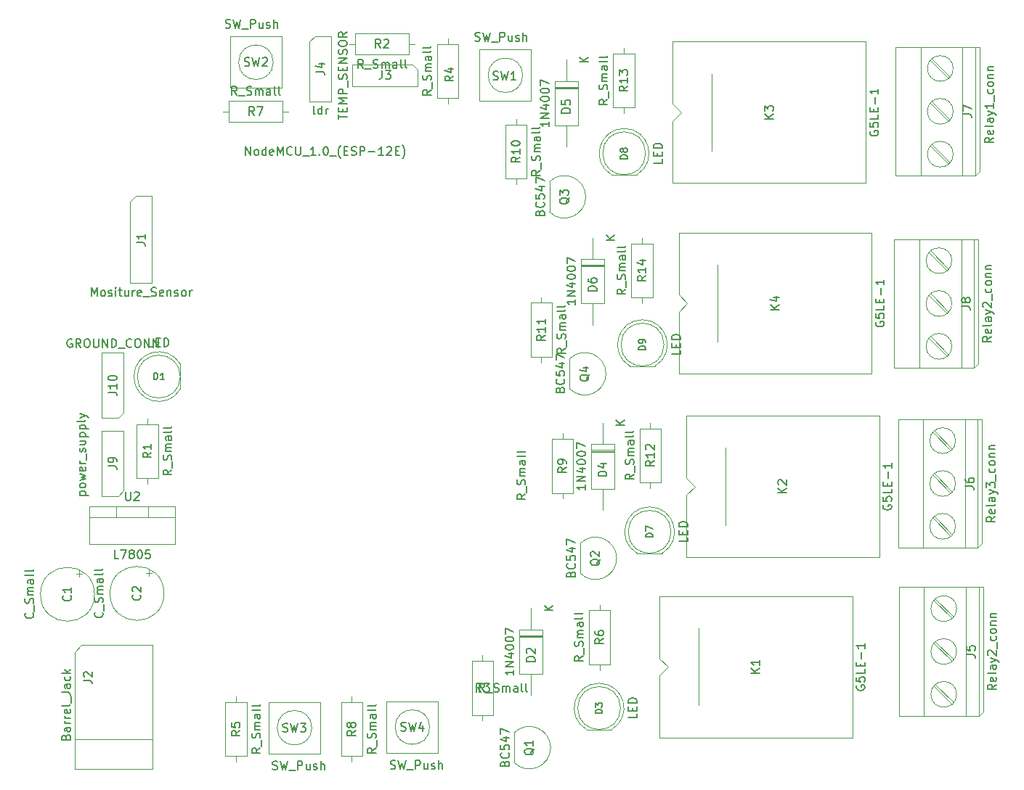
<source format=gbr>
%TF.GenerationSoftware,KiCad,Pcbnew,(5.1.12)-1*%
%TF.CreationDate,2022-02-04T12:41:25+05:30*%
%TF.ProjectId,greenhosue,67726565-6e68-46f7-9375-652e6b696361,rev?*%
%TF.SameCoordinates,Original*%
%TF.FileFunction,AssemblyDrawing,Top*%
%FSLAX46Y46*%
G04 Gerber Fmt 4.6, Leading zero omitted, Abs format (unit mm)*
G04 Created by KiCad (PCBNEW (5.1.12)-1) date 2022-02-04 12:41:25*
%MOMM*%
%LPD*%
G01*
G04 APERTURE LIST*
%ADD10C,0.100000*%
%ADD11C,0.150000*%
%ADD12C,0.200000*%
G04 APERTURE END LIST*
D10*
%TO.C,R4*%
X104673400Y-37084000D02*
X104673400Y-36424000D01*
X104673400Y-29464000D02*
X104673400Y-30124000D01*
X105923400Y-36424000D02*
X105923400Y-30124000D01*
X103423400Y-36424000D02*
X105923400Y-36424000D01*
X103423400Y-30124000D02*
X103423400Y-36424000D01*
X105923400Y-30124000D02*
X103423400Y-30124000D01*
%TO.C,SW1*%
X113395764Y-33767200D02*
G75*
G03*
X113395764Y-33767200I-2015564J0D01*
G01*
X114380200Y-36767200D02*
X111380200Y-36767200D01*
X114380200Y-30767200D02*
X114380200Y-36767200D01*
X108380200Y-30767200D02*
X114380200Y-30767200D01*
X108380200Y-36767200D02*
X108380200Y-30767200D01*
X111380200Y-36767200D02*
X108380200Y-36767200D01*
%TO.C,Q4*%
X118874600Y-66865400D02*
X118874600Y-70365400D01*
X118870975Y-66851775D02*
G75*
G02*
X123104600Y-68605400I1753625J-1753625D01*
G01*
X118870975Y-70359025D02*
G75*
G03*
X123104600Y-68605400I1753625J1753625D01*
G01*
%TO.C,Q3*%
X116512400Y-46215200D02*
X116512400Y-49715200D01*
X116508775Y-46201575D02*
G75*
G02*
X120742400Y-47955200I1753625J-1753625D01*
G01*
X116508775Y-49708825D02*
G75*
G03*
X120742400Y-47955200I1753625J1753625D01*
G01*
%TO.C,Q2*%
X120119200Y-88404600D02*
X120119200Y-91904600D01*
X120115575Y-88390975D02*
G75*
G02*
X124349200Y-90144600I1753625J-1753625D01*
G01*
X120115575Y-91898225D02*
G75*
G03*
X124349200Y-90144600I1753625J1753625D01*
G01*
%TO.C,Q1*%
X112423000Y-110502600D02*
X112423000Y-114002600D01*
X112419375Y-110488975D02*
G75*
G02*
X116653000Y-112242600I1753625J-1753625D01*
G01*
X112419375Y-113996225D02*
G75*
G03*
X116653000Y-112242600I1753625J1753625D01*
G01*
%TO.C,U2*%
X69718800Y-84073600D02*
X69718800Y-85343600D01*
X66018800Y-84073600D02*
X66018800Y-85343600D01*
X62868800Y-85343600D02*
X72868800Y-85343600D01*
X72868800Y-84073600D02*
X62868800Y-84073600D01*
X72868800Y-88473600D02*
X72868800Y-84073600D01*
X62868800Y-88473600D02*
X72868800Y-88473600D01*
X62868800Y-84073600D02*
X62868800Y-88473600D01*
%TO.C,SW4*%
X102549964Y-109844400D02*
G75*
G03*
X102549964Y-109844400I-2015564J0D01*
G01*
X97534400Y-106844400D02*
X100534400Y-106844400D01*
X97534400Y-112844400D02*
X97534400Y-106844400D01*
X103534400Y-112844400D02*
X97534400Y-112844400D01*
X103534400Y-106844400D02*
X103534400Y-112844400D01*
X100534400Y-106844400D02*
X103534400Y-106844400D01*
%TO.C,SW2*%
X84312764Y-32243200D02*
G75*
G03*
X84312764Y-32243200I-2015564J0D01*
G01*
X85297200Y-35243200D02*
X82297200Y-35243200D01*
X85297200Y-29243200D02*
X85297200Y-35243200D01*
X79297200Y-29243200D02*
X85297200Y-29243200D01*
X79297200Y-35243200D02*
X79297200Y-29243200D01*
X82297200Y-35243200D02*
X79297200Y-35243200D01*
%TO.C,SW3*%
X88808564Y-109916400D02*
G75*
G03*
X88808564Y-109916400I-2015564J0D01*
G01*
X83793000Y-106916400D02*
X86793000Y-106916400D01*
X83793000Y-112916400D02*
X83793000Y-106916400D01*
X89793000Y-112916400D02*
X83793000Y-112916400D01*
X89793000Y-106916400D02*
X89793000Y-112916400D01*
X86793000Y-106916400D02*
X89793000Y-106916400D01*
%TO.C,R14*%
X127304800Y-60350400D02*
X127304800Y-59690400D01*
X127304800Y-52730400D02*
X127304800Y-53390400D01*
X128554800Y-59690400D02*
X128554800Y-53390400D01*
X126054800Y-59690400D02*
X128554800Y-59690400D01*
X126054800Y-53390400D02*
X126054800Y-59690400D01*
X128554800Y-53390400D02*
X126054800Y-53390400D01*
%TO.C,R13*%
X125196600Y-38201600D02*
X125196600Y-37541600D01*
X125196600Y-30581600D02*
X125196600Y-31241600D01*
X126446600Y-37541600D02*
X126446600Y-31241600D01*
X123946600Y-37541600D02*
X126446600Y-37541600D01*
X123946600Y-31241600D02*
X123946600Y-37541600D01*
X126446600Y-31241600D02*
X123946600Y-31241600D01*
%TO.C,R12*%
X128270000Y-81940400D02*
X128270000Y-81280400D01*
X128270000Y-74320400D02*
X128270000Y-74980400D01*
X129520000Y-81280400D02*
X129520000Y-74980400D01*
X127020000Y-81280400D02*
X129520000Y-81280400D01*
X127020000Y-74980400D02*
X127020000Y-81280400D01*
X129520000Y-74980400D02*
X127020000Y-74980400D01*
%TO.C,R11*%
X115570000Y-59664600D02*
X115570000Y-60324600D01*
X115570000Y-67284600D02*
X115570000Y-66624600D01*
X114320000Y-60324600D02*
X114320000Y-66624600D01*
X116820000Y-60324600D02*
X114320000Y-60324600D01*
X116820000Y-66624600D02*
X116820000Y-60324600D01*
X114320000Y-66624600D02*
X116820000Y-66624600D01*
%TO.C,R10*%
X112623600Y-38862000D02*
X112623600Y-39522000D01*
X112623600Y-46482000D02*
X112623600Y-45822000D01*
X111373600Y-39522000D02*
X111373600Y-45822000D01*
X113873600Y-39522000D02*
X111373600Y-39522000D01*
X113873600Y-45822000D02*
X113873600Y-39522000D01*
X111373600Y-45822000D02*
X113873600Y-45822000D01*
%TO.C,R9*%
X118033800Y-75565000D02*
X118033800Y-76225000D01*
X118033800Y-83185000D02*
X118033800Y-82525000D01*
X116783800Y-76225000D02*
X116783800Y-82525000D01*
X119283800Y-76225000D02*
X116783800Y-76225000D01*
X119283800Y-82525000D02*
X119283800Y-76225000D01*
X116783800Y-82525000D02*
X119283800Y-82525000D01*
%TO.C,R8*%
X93472000Y-106273600D02*
X93472000Y-106933600D01*
X93472000Y-113893600D02*
X93472000Y-113233600D01*
X92222000Y-106933600D02*
X92222000Y-113233600D01*
X94722000Y-106933600D02*
X92222000Y-106933600D01*
X94722000Y-113233600D02*
X94722000Y-106933600D01*
X92222000Y-113233600D02*
X94722000Y-113233600D01*
%TO.C,R7*%
X78460600Y-37998400D02*
X79120600Y-37998400D01*
X86080600Y-37998400D02*
X85420600Y-37998400D01*
X79120600Y-39248400D02*
X85420600Y-39248400D01*
X79120600Y-36748400D02*
X79120600Y-39248400D01*
X85420600Y-36748400D02*
X79120600Y-36748400D01*
X85420600Y-39248400D02*
X85420600Y-36748400D01*
%TO.C,R6*%
X122351800Y-103174800D02*
X122351800Y-102514800D01*
X122351800Y-95554800D02*
X122351800Y-96214800D01*
X123601800Y-102514800D02*
X123601800Y-96214800D01*
X121101800Y-102514800D02*
X123601800Y-102514800D01*
X121101800Y-96214800D02*
X121101800Y-102514800D01*
X123601800Y-96214800D02*
X121101800Y-96214800D01*
%TO.C,R5*%
X79984600Y-106273600D02*
X79984600Y-106933600D01*
X79984600Y-113893600D02*
X79984600Y-113233600D01*
X78734600Y-106933600D02*
X78734600Y-113233600D01*
X81234600Y-106933600D02*
X78734600Y-106933600D01*
X81234600Y-113233600D02*
X81234600Y-106933600D01*
X78734600Y-113233600D02*
X81234600Y-113233600D01*
%TO.C,R3*%
X108712000Y-101473000D02*
X108712000Y-102133000D01*
X108712000Y-109093000D02*
X108712000Y-108433000D01*
X107462000Y-102133000D02*
X107462000Y-108433000D01*
X109962000Y-102133000D02*
X107462000Y-102133000D01*
X109962000Y-108433000D02*
X109962000Y-102133000D01*
X107462000Y-108433000D02*
X109962000Y-108433000D01*
%TO.C,R2*%
X100812600Y-30124400D02*
X100152600Y-30124400D01*
X93192600Y-30124400D02*
X93852600Y-30124400D01*
X100152600Y-28874400D02*
X93852600Y-28874400D01*
X100152600Y-31374400D02*
X100152600Y-28874400D01*
X93852600Y-31374400D02*
X100152600Y-31374400D01*
X93852600Y-28874400D02*
X93852600Y-31374400D01*
%TO.C,R1*%
X69646800Y-73812400D02*
X69646800Y-74472400D01*
X69646800Y-81432400D02*
X69646800Y-80772400D01*
X68396800Y-74472400D02*
X68396800Y-80772400D01*
X70896800Y-74472400D02*
X68396800Y-74472400D01*
X70896800Y-80772400D02*
X70896800Y-74472400D01*
X68396800Y-80772400D02*
X70896800Y-80772400D01*
%TO.C,J10*%
X66878200Y-73126600D02*
X66243200Y-73761600D01*
X66878200Y-66141600D02*
X66878200Y-73126600D01*
X64338200Y-66141600D02*
X66878200Y-66141600D01*
X64338200Y-73761600D02*
X64338200Y-66141600D01*
X66243200Y-73761600D02*
X64338200Y-73761600D01*
%TO.C,J9*%
X66878200Y-82219800D02*
X66243200Y-82854800D01*
X66878200Y-75234800D02*
X66878200Y-82219800D01*
X64338200Y-75234800D02*
X66878200Y-75234800D01*
X64338200Y-82854800D02*
X64338200Y-75234800D01*
X66243200Y-82854800D02*
X64338200Y-82854800D01*
%TO.C,J8*%
X160787000Y-54450000D02*
X162880000Y-56542000D01*
X160970000Y-54267000D02*
X163063000Y-56359000D01*
X160787000Y-59450000D02*
X162880000Y-61542000D01*
X160970000Y-59267000D02*
X163063000Y-61359000D01*
X160787000Y-64450000D02*
X162880000Y-66543000D01*
X160970000Y-64267000D02*
X163063000Y-66360000D01*
X159625000Y-67905000D02*
X159625000Y-52905000D01*
X164525000Y-67905000D02*
X164525000Y-52905000D01*
X166025000Y-67905000D02*
X166025000Y-52905000D01*
X166025000Y-67905000D02*
X156725000Y-67905000D01*
X166525000Y-67405000D02*
X166025000Y-67905000D01*
X166525000Y-52905000D02*
X166525000Y-67405000D01*
X156725000Y-52905000D02*
X166525000Y-52905000D01*
X156725000Y-67905000D02*
X156725000Y-52905000D01*
X163425000Y-55405000D02*
G75*
G03*
X163425000Y-55405000I-1500000J0D01*
G01*
X163425000Y-60405000D02*
G75*
G03*
X163425000Y-60405000I-1500000J0D01*
G01*
X163425000Y-65405000D02*
G75*
G03*
X163425000Y-65405000I-1500000J0D01*
G01*
%TO.C,J7*%
X160939400Y-32021800D02*
X163032400Y-34113800D01*
X161122400Y-31838800D02*
X163215400Y-33930800D01*
X160939400Y-37021800D02*
X163032400Y-39113800D01*
X161122400Y-36838800D02*
X163215400Y-38930800D01*
X160939400Y-42021800D02*
X163032400Y-44114800D01*
X161122400Y-41838800D02*
X163215400Y-43931800D01*
X159777400Y-45476800D02*
X159777400Y-30476800D01*
X164677400Y-45476800D02*
X164677400Y-30476800D01*
X166177400Y-45476800D02*
X166177400Y-30476800D01*
X166177400Y-45476800D02*
X156877400Y-45476800D01*
X166677400Y-44976800D02*
X166177400Y-45476800D01*
X166677400Y-30476800D02*
X166677400Y-44976800D01*
X156877400Y-30476800D02*
X166677400Y-30476800D01*
X156877400Y-45476800D02*
X156877400Y-30476800D01*
X163577400Y-32976800D02*
G75*
G03*
X163577400Y-32976800I-1500000J0D01*
G01*
X163577400Y-37976800D02*
G75*
G03*
X163577400Y-37976800I-1500000J0D01*
G01*
X163577400Y-42976800D02*
G75*
G03*
X163577400Y-42976800I-1500000J0D01*
G01*
%TO.C,J6*%
X161218800Y-75455800D02*
X163311800Y-77547800D01*
X161401800Y-75272800D02*
X163494800Y-77364800D01*
X161218800Y-80455800D02*
X163311800Y-82547800D01*
X161401800Y-80272800D02*
X163494800Y-82364800D01*
X161218800Y-85455800D02*
X163311800Y-87548800D01*
X161401800Y-85272800D02*
X163494800Y-87365800D01*
X160056800Y-88910800D02*
X160056800Y-73910800D01*
X164956800Y-88910800D02*
X164956800Y-73910800D01*
X166456800Y-88910800D02*
X166456800Y-73910800D01*
X166456800Y-88910800D02*
X157156800Y-88910800D01*
X166956800Y-88410800D02*
X166456800Y-88910800D01*
X166956800Y-73910800D02*
X166956800Y-88410800D01*
X157156800Y-73910800D02*
X166956800Y-73910800D01*
X157156800Y-88910800D02*
X157156800Y-73910800D01*
X163856800Y-76410800D02*
G75*
G03*
X163856800Y-76410800I-1500000J0D01*
G01*
X163856800Y-81410800D02*
G75*
G03*
X163856800Y-81410800I-1500000J0D01*
G01*
X163856800Y-86410800D02*
G75*
G03*
X163856800Y-86410800I-1500000J0D01*
G01*
%TO.C,J5*%
X161345800Y-95064600D02*
X163438800Y-97156600D01*
X161528800Y-94881600D02*
X163621800Y-96973600D01*
X161345800Y-100064600D02*
X163438800Y-102156600D01*
X161528800Y-99881600D02*
X163621800Y-101973600D01*
X161345800Y-105064600D02*
X163438800Y-107157600D01*
X161528800Y-104881600D02*
X163621800Y-106974600D01*
X160183800Y-108519600D02*
X160183800Y-93519600D01*
X165083800Y-108519600D02*
X165083800Y-93519600D01*
X166583800Y-108519600D02*
X166583800Y-93519600D01*
X166583800Y-108519600D02*
X157283800Y-108519600D01*
X167083800Y-108019600D02*
X166583800Y-108519600D01*
X167083800Y-93519600D02*
X167083800Y-108019600D01*
X157283800Y-93519600D02*
X167083800Y-93519600D01*
X157283800Y-108519600D02*
X157283800Y-93519600D01*
X163983800Y-96019600D02*
G75*
G03*
X163983800Y-96019600I-1500000J0D01*
G01*
X163983800Y-101019600D02*
G75*
G03*
X163983800Y-101019600I-1500000J0D01*
G01*
X163983800Y-106019600D02*
G75*
G03*
X163983800Y-106019600I-1500000J0D01*
G01*
%TO.C,J4*%
X88544400Y-29819600D02*
X89179400Y-29184600D01*
X88544400Y-36804600D02*
X88544400Y-29819600D01*
X91084400Y-36804600D02*
X88544400Y-36804600D01*
X91084400Y-29184600D02*
X91084400Y-36804600D01*
X89179400Y-29184600D02*
X91084400Y-29184600D01*
%TO.C,J3*%
X100507800Y-32486600D02*
X101142800Y-33121600D01*
X93522800Y-32486600D02*
X100507800Y-32486600D01*
X93522800Y-35026600D02*
X93522800Y-32486600D01*
X101142800Y-35026600D02*
X93522800Y-35026600D01*
X101142800Y-33121600D02*
X101142800Y-35026600D01*
%TO.C,J2*%
X61209800Y-101066600D02*
X61209800Y-114766600D01*
X70209800Y-100266600D02*
X61959800Y-100266600D01*
X70209800Y-114766600D02*
X70209800Y-100266600D01*
X61209800Y-114766600D02*
X70209800Y-114766600D01*
X61209800Y-111266600D02*
X70209800Y-111266600D01*
X61204375Y-101069813D02*
X61959800Y-100266600D01*
%TO.C,D9*%
X125885906Y-67701800D02*
X128825294Y-67701800D01*
X129855600Y-65201800D02*
G75*
G03*
X129855600Y-65201800I-2500000J0D01*
G01*
X128825266Y-67701816D02*
G75*
G03*
X125885906Y-67701800I-1469666J2500016D01*
G01*
%TO.C,D8*%
X123752306Y-45375200D02*
X126691694Y-45375200D01*
X127722000Y-42875200D02*
G75*
G03*
X127722000Y-42875200I-2500000J0D01*
G01*
X126691666Y-45375216D02*
G75*
G03*
X123752306Y-45375200I-1469666J2500016D01*
G01*
%TO.C,D7*%
X126724106Y-89545800D02*
X129663494Y-89545800D01*
X130693800Y-87045800D02*
G75*
G03*
X130693800Y-87045800I-2500000J0D01*
G01*
X129663466Y-89545816D02*
G75*
G03*
X126724106Y-89545800I-1469666J2500016D01*
G01*
%TO.C,D3*%
X120831306Y-110119800D02*
X123770694Y-110119800D01*
X124801000Y-107619800D02*
G75*
G03*
X124801000Y-107619800I-2500000J0D01*
G01*
X123770666Y-110119816D02*
G75*
G03*
X120831306Y-110119800I-1469666J2500016D01*
G01*
%TO.C,D1*%
X73467600Y-70405294D02*
X73467600Y-67465906D01*
X73467600Y-68935600D02*
G75*
G03*
X73467600Y-68935600I-2500000J0D01*
G01*
X73467616Y-67465934D02*
G75*
G03*
X73467600Y-70405294I-2500016J-1469666D01*
G01*
%TO.C,C2*%
X70116100Y-91860428D02*
X69486100Y-91860428D01*
X69801100Y-91545428D02*
X69801100Y-92175428D01*
X71577600Y-94239400D02*
G75*
G03*
X71577600Y-94239400I-3150000J0D01*
G01*
%TO.C,C1*%
X62013500Y-91962028D02*
X61383500Y-91962028D01*
X61698500Y-91647028D02*
X61698500Y-92277028D01*
X63475000Y-94341000D02*
G75*
G03*
X63475000Y-94341000I-3150000J0D01*
G01*
%TO.C,K4*%
X136137400Y-64875800D02*
X136137400Y-55875800D01*
X131587400Y-61375800D02*
X132587400Y-60375800D01*
X131587400Y-68625800D02*
X131587400Y-61375800D01*
X154087400Y-68625800D02*
X131587400Y-68625800D01*
X154087400Y-52125800D02*
X154087400Y-68625800D01*
X131587400Y-52125800D02*
X154087400Y-52125800D01*
X131587400Y-59375800D02*
X131587400Y-52125800D01*
X132587400Y-60375800D02*
X131587400Y-59375800D01*
%TO.C,K3*%
X135451600Y-42600000D02*
X135451600Y-33600000D01*
X130901600Y-39100000D02*
X131901600Y-38100000D01*
X130901600Y-46350000D02*
X130901600Y-39100000D01*
X153401600Y-46350000D02*
X130901600Y-46350000D01*
X153401600Y-29850000D02*
X153401600Y-46350000D01*
X130901600Y-29850000D02*
X153401600Y-29850000D01*
X130901600Y-37100000D02*
X130901600Y-29850000D01*
X131901600Y-38100000D02*
X130901600Y-37100000D01*
%TO.C,K2*%
X137001000Y-86262600D02*
X137001000Y-77262600D01*
X132451000Y-82762600D02*
X133451000Y-81762600D01*
X132451000Y-90012600D02*
X132451000Y-82762600D01*
X154951000Y-90012600D02*
X132451000Y-90012600D01*
X154951000Y-73512600D02*
X154951000Y-90012600D01*
X132451000Y-73512600D02*
X154951000Y-73512600D01*
X132451000Y-80762600D02*
X132451000Y-73512600D01*
X133451000Y-81762600D02*
X132451000Y-80762600D01*
%TO.C,K1*%
X133876800Y-107319200D02*
X133876800Y-98319200D01*
X129326800Y-103819200D02*
X130326800Y-102819200D01*
X129326800Y-111069200D02*
X129326800Y-103819200D01*
X151826800Y-111069200D02*
X129326800Y-111069200D01*
X151826800Y-94569200D02*
X151826800Y-111069200D01*
X129326800Y-94569200D02*
X151826800Y-94569200D01*
X129326800Y-101819200D02*
X129326800Y-94569200D01*
X130326800Y-102819200D02*
X129326800Y-101819200D01*
%TO.C,J1*%
X67640200Y-48514000D02*
X68275200Y-47879000D01*
X67640200Y-58039000D02*
X67640200Y-48514000D01*
X70180200Y-58039000D02*
X67640200Y-58039000D01*
X70180200Y-47879000D02*
X70180200Y-58039000D01*
X68275200Y-47879000D02*
X70180200Y-47879000D01*
%TO.C,D6*%
X122914400Y-55890400D02*
X120214400Y-55890400D01*
X122914400Y-56090400D02*
X120214400Y-56090400D01*
X122914400Y-55990400D02*
X120214400Y-55990400D01*
X121564400Y-62890400D02*
X121564400Y-60410400D01*
X121564400Y-52730400D02*
X121564400Y-55210400D01*
X122914400Y-60410400D02*
X122914400Y-55210400D01*
X120214400Y-60410400D02*
X122914400Y-60410400D01*
X120214400Y-55210400D02*
X120214400Y-60410400D01*
X122914400Y-55210400D02*
X120214400Y-55210400D01*
%TO.C,D5*%
X119841000Y-35113200D02*
X117141000Y-35113200D01*
X119841000Y-35313200D02*
X117141000Y-35313200D01*
X119841000Y-35213200D02*
X117141000Y-35213200D01*
X118491000Y-42113200D02*
X118491000Y-39633200D01*
X118491000Y-31953200D02*
X118491000Y-34433200D01*
X119841000Y-39633200D02*
X119841000Y-34433200D01*
X117141000Y-39633200D02*
X119841000Y-39633200D01*
X117141000Y-34433200D02*
X117141000Y-39633200D01*
X119841000Y-34433200D02*
X117141000Y-34433200D01*
%TO.C,D4*%
X124082800Y-77505800D02*
X121382800Y-77505800D01*
X124082800Y-77705800D02*
X121382800Y-77705800D01*
X124082800Y-77605800D02*
X121382800Y-77605800D01*
X122732800Y-84505800D02*
X122732800Y-82025800D01*
X122732800Y-74345800D02*
X122732800Y-76825800D01*
X124082800Y-82025800D02*
X124082800Y-76825800D01*
X121382800Y-82025800D02*
X124082800Y-82025800D01*
X121382800Y-76825800D02*
X121382800Y-82025800D01*
X124082800Y-76825800D02*
X121382800Y-76825800D01*
%TO.C,D2*%
X115726200Y-99121200D02*
X113026200Y-99121200D01*
X115726200Y-99321200D02*
X113026200Y-99321200D01*
X115726200Y-99221200D02*
X113026200Y-99221200D01*
X114376200Y-106121200D02*
X114376200Y-103641200D01*
X114376200Y-95961200D02*
X114376200Y-98441200D01*
X115726200Y-103641200D02*
X115726200Y-98441200D01*
X113026200Y-103641200D02*
X115726200Y-103641200D01*
X113026200Y-98441200D02*
X113026200Y-103641200D01*
X115726200Y-98441200D02*
X113026200Y-98441200D01*
%TD*%
%TO.C,R4*%
D11*
X102755780Y-35464476D02*
X102279590Y-35797809D01*
X102755780Y-36035904D02*
X101755780Y-36035904D01*
X101755780Y-35654952D01*
X101803400Y-35559714D01*
X101851019Y-35512095D01*
X101946257Y-35464476D01*
X102089114Y-35464476D01*
X102184352Y-35512095D01*
X102231971Y-35559714D01*
X102279590Y-35654952D01*
X102279590Y-36035904D01*
X102851019Y-35274000D02*
X102851019Y-34512095D01*
X102708161Y-34321619D02*
X102755780Y-34178761D01*
X102755780Y-33940666D01*
X102708161Y-33845428D01*
X102660542Y-33797809D01*
X102565304Y-33750190D01*
X102470066Y-33750190D01*
X102374828Y-33797809D01*
X102327209Y-33845428D01*
X102279590Y-33940666D01*
X102231971Y-34131142D01*
X102184352Y-34226380D01*
X102136733Y-34274000D01*
X102041495Y-34321619D01*
X101946257Y-34321619D01*
X101851019Y-34274000D01*
X101803400Y-34226380D01*
X101755780Y-34131142D01*
X101755780Y-33893047D01*
X101803400Y-33750190D01*
X102755780Y-33321619D02*
X102089114Y-33321619D01*
X102184352Y-33321619D02*
X102136733Y-33274000D01*
X102089114Y-33178761D01*
X102089114Y-33035904D01*
X102136733Y-32940666D01*
X102231971Y-32893047D01*
X102755780Y-32893047D01*
X102231971Y-32893047D02*
X102136733Y-32845428D01*
X102089114Y-32750190D01*
X102089114Y-32607333D01*
X102136733Y-32512095D01*
X102231971Y-32464476D01*
X102755780Y-32464476D01*
X102755780Y-31559714D02*
X102231971Y-31559714D01*
X102136733Y-31607333D01*
X102089114Y-31702571D01*
X102089114Y-31893047D01*
X102136733Y-31988285D01*
X102708161Y-31559714D02*
X102755780Y-31654952D01*
X102755780Y-31893047D01*
X102708161Y-31988285D01*
X102612923Y-32035904D01*
X102517685Y-32035904D01*
X102422447Y-31988285D01*
X102374828Y-31893047D01*
X102374828Y-31654952D01*
X102327209Y-31559714D01*
X102755780Y-30940666D02*
X102708161Y-31035904D01*
X102612923Y-31083523D01*
X101755780Y-31083523D01*
X102755780Y-30416857D02*
X102708161Y-30512095D01*
X102612923Y-30559714D01*
X101755780Y-30559714D01*
X105328980Y-33847066D02*
X104852790Y-34180400D01*
X105328980Y-34418495D02*
X104328980Y-34418495D01*
X104328980Y-34037542D01*
X104376600Y-33942304D01*
X104424219Y-33894685D01*
X104519457Y-33847066D01*
X104662314Y-33847066D01*
X104757552Y-33894685D01*
X104805171Y-33942304D01*
X104852790Y-34037542D01*
X104852790Y-34418495D01*
X104662314Y-32989923D02*
X105328980Y-32989923D01*
X104281361Y-33228019D02*
X104995647Y-33466114D01*
X104995647Y-32847066D01*
%TO.C,U1*%
X81087485Y-43098980D02*
X81087485Y-42098980D01*
X81658914Y-43098980D01*
X81658914Y-42098980D01*
X82277961Y-43098980D02*
X82182723Y-43051361D01*
X82135104Y-43003742D01*
X82087485Y-42908504D01*
X82087485Y-42622790D01*
X82135104Y-42527552D01*
X82182723Y-42479933D01*
X82277961Y-42432314D01*
X82420819Y-42432314D01*
X82516057Y-42479933D01*
X82563676Y-42527552D01*
X82611295Y-42622790D01*
X82611295Y-42908504D01*
X82563676Y-43003742D01*
X82516057Y-43051361D01*
X82420819Y-43098980D01*
X82277961Y-43098980D01*
X83468438Y-43098980D02*
X83468438Y-42098980D01*
X83468438Y-43051361D02*
X83373200Y-43098980D01*
X83182723Y-43098980D01*
X83087485Y-43051361D01*
X83039866Y-43003742D01*
X82992247Y-42908504D01*
X82992247Y-42622790D01*
X83039866Y-42527552D01*
X83087485Y-42479933D01*
X83182723Y-42432314D01*
X83373200Y-42432314D01*
X83468438Y-42479933D01*
X84325580Y-43051361D02*
X84230342Y-43098980D01*
X84039866Y-43098980D01*
X83944628Y-43051361D01*
X83897009Y-42956123D01*
X83897009Y-42575171D01*
X83944628Y-42479933D01*
X84039866Y-42432314D01*
X84230342Y-42432314D01*
X84325580Y-42479933D01*
X84373200Y-42575171D01*
X84373200Y-42670409D01*
X83897009Y-42765647D01*
X84801771Y-43098980D02*
X84801771Y-42098980D01*
X85135104Y-42813266D01*
X85468438Y-42098980D01*
X85468438Y-43098980D01*
X86516057Y-43003742D02*
X86468438Y-43051361D01*
X86325580Y-43098980D01*
X86230342Y-43098980D01*
X86087485Y-43051361D01*
X85992247Y-42956123D01*
X85944628Y-42860885D01*
X85897009Y-42670409D01*
X85897009Y-42527552D01*
X85944628Y-42337076D01*
X85992247Y-42241838D01*
X86087485Y-42146600D01*
X86230342Y-42098980D01*
X86325580Y-42098980D01*
X86468438Y-42146600D01*
X86516057Y-42194219D01*
X86944628Y-42098980D02*
X86944628Y-42908504D01*
X86992247Y-43003742D01*
X87039866Y-43051361D01*
X87135104Y-43098980D01*
X87325580Y-43098980D01*
X87420819Y-43051361D01*
X87468438Y-43003742D01*
X87516057Y-42908504D01*
X87516057Y-42098980D01*
X87754152Y-43194219D02*
X88516057Y-43194219D01*
X89277961Y-43098980D02*
X88706533Y-43098980D01*
X88992247Y-43098980D02*
X88992247Y-42098980D01*
X88897009Y-42241838D01*
X88801771Y-42337076D01*
X88706533Y-42384695D01*
X89706533Y-43003742D02*
X89754152Y-43051361D01*
X89706533Y-43098980D01*
X89658914Y-43051361D01*
X89706533Y-43003742D01*
X89706533Y-43098980D01*
X90373200Y-42098980D02*
X90468438Y-42098980D01*
X90563676Y-42146600D01*
X90611295Y-42194219D01*
X90658914Y-42289457D01*
X90706533Y-42479933D01*
X90706533Y-42718028D01*
X90658914Y-42908504D01*
X90611295Y-43003742D01*
X90563676Y-43051361D01*
X90468438Y-43098980D01*
X90373200Y-43098980D01*
X90277961Y-43051361D01*
X90230342Y-43003742D01*
X90182723Y-42908504D01*
X90135104Y-42718028D01*
X90135104Y-42479933D01*
X90182723Y-42289457D01*
X90230342Y-42194219D01*
X90277961Y-42146600D01*
X90373200Y-42098980D01*
X90897009Y-43194219D02*
X91658914Y-43194219D01*
X92182723Y-43479933D02*
X92135104Y-43432314D01*
X92039866Y-43289457D01*
X91992247Y-43194219D01*
X91944628Y-43051361D01*
X91897009Y-42813266D01*
X91897009Y-42622790D01*
X91944628Y-42384695D01*
X91992247Y-42241838D01*
X92039866Y-42146600D01*
X92135104Y-42003742D01*
X92182723Y-41956123D01*
X92563676Y-42575171D02*
X92897009Y-42575171D01*
X93039866Y-43098980D02*
X92563676Y-43098980D01*
X92563676Y-42098980D01*
X93039866Y-42098980D01*
X93420819Y-43051361D02*
X93563676Y-43098980D01*
X93801771Y-43098980D01*
X93897009Y-43051361D01*
X93944628Y-43003742D01*
X93992247Y-42908504D01*
X93992247Y-42813266D01*
X93944628Y-42718028D01*
X93897009Y-42670409D01*
X93801771Y-42622790D01*
X93611295Y-42575171D01*
X93516057Y-42527552D01*
X93468438Y-42479933D01*
X93420819Y-42384695D01*
X93420819Y-42289457D01*
X93468438Y-42194219D01*
X93516057Y-42146600D01*
X93611295Y-42098980D01*
X93849390Y-42098980D01*
X93992247Y-42146600D01*
X94420819Y-43098980D02*
X94420819Y-42098980D01*
X94801771Y-42098980D01*
X94897009Y-42146600D01*
X94944628Y-42194219D01*
X94992247Y-42289457D01*
X94992247Y-42432314D01*
X94944628Y-42527552D01*
X94897009Y-42575171D01*
X94801771Y-42622790D01*
X94420819Y-42622790D01*
X95420819Y-42718028D02*
X96182723Y-42718028D01*
X97182723Y-43098980D02*
X96611295Y-43098980D01*
X96897009Y-43098980D02*
X96897009Y-42098980D01*
X96801771Y-42241838D01*
X96706533Y-42337076D01*
X96611295Y-42384695D01*
X97563676Y-42194219D02*
X97611295Y-42146600D01*
X97706533Y-42098980D01*
X97944628Y-42098980D01*
X98039866Y-42146600D01*
X98087485Y-42194219D01*
X98135104Y-42289457D01*
X98135104Y-42384695D01*
X98087485Y-42527552D01*
X97516057Y-43098980D01*
X98135104Y-43098980D01*
X98563676Y-42575171D02*
X98897009Y-42575171D01*
X99039866Y-43098980D02*
X98563676Y-43098980D01*
X98563676Y-42098980D01*
X99039866Y-42098980D01*
X99373200Y-43479933D02*
X99420819Y-43432314D01*
X99516057Y-43289457D01*
X99563676Y-43194219D01*
X99611295Y-43051361D01*
X99658914Y-42813266D01*
X99658914Y-42622790D01*
X99611295Y-42384695D01*
X99563676Y-42241838D01*
X99516057Y-42146600D01*
X99420819Y-42003742D01*
X99373200Y-41956123D01*
%TO.C,SW1*%
X107832580Y-29721961D02*
X107975438Y-29769580D01*
X108213533Y-29769580D01*
X108308771Y-29721961D01*
X108356390Y-29674342D01*
X108404009Y-29579104D01*
X108404009Y-29483866D01*
X108356390Y-29388628D01*
X108308771Y-29341009D01*
X108213533Y-29293390D01*
X108023057Y-29245771D01*
X107927819Y-29198152D01*
X107880200Y-29150533D01*
X107832580Y-29055295D01*
X107832580Y-28960057D01*
X107880200Y-28864819D01*
X107927819Y-28817200D01*
X108023057Y-28769580D01*
X108261152Y-28769580D01*
X108404009Y-28817200D01*
X108737342Y-28769580D02*
X108975438Y-29769580D01*
X109165914Y-29055295D01*
X109356390Y-29769580D01*
X109594485Y-28769580D01*
X109737342Y-29864819D02*
X110499247Y-29864819D01*
X110737342Y-29769580D02*
X110737342Y-28769580D01*
X111118295Y-28769580D01*
X111213533Y-28817200D01*
X111261152Y-28864819D01*
X111308771Y-28960057D01*
X111308771Y-29102914D01*
X111261152Y-29198152D01*
X111213533Y-29245771D01*
X111118295Y-29293390D01*
X110737342Y-29293390D01*
X112165914Y-29102914D02*
X112165914Y-29769580D01*
X111737342Y-29102914D02*
X111737342Y-29626723D01*
X111784961Y-29721961D01*
X111880200Y-29769580D01*
X112023057Y-29769580D01*
X112118295Y-29721961D01*
X112165914Y-29674342D01*
X112594485Y-29721961D02*
X112689723Y-29769580D01*
X112880200Y-29769580D01*
X112975438Y-29721961D01*
X113023057Y-29626723D01*
X113023057Y-29579104D01*
X112975438Y-29483866D01*
X112880200Y-29436247D01*
X112737342Y-29436247D01*
X112642104Y-29388628D01*
X112594485Y-29293390D01*
X112594485Y-29245771D01*
X112642104Y-29150533D01*
X112737342Y-29102914D01*
X112880200Y-29102914D01*
X112975438Y-29150533D01*
X113451628Y-29769580D02*
X113451628Y-28769580D01*
X113880200Y-29769580D02*
X113880200Y-29245771D01*
X113832580Y-29150533D01*
X113737342Y-29102914D01*
X113594485Y-29102914D01*
X113499247Y-29150533D01*
X113451628Y-29198152D01*
X109945867Y-34265762D02*
X110088724Y-34313381D01*
X110326820Y-34313381D01*
X110422058Y-34265762D01*
X110469677Y-34218143D01*
X110517296Y-34122905D01*
X110517296Y-34027667D01*
X110469677Y-33932429D01*
X110422058Y-33884810D01*
X110326820Y-33837191D01*
X110136343Y-33789572D01*
X110041105Y-33741953D01*
X109993486Y-33694334D01*
X109945867Y-33599096D01*
X109945867Y-33503858D01*
X109993486Y-33408620D01*
X110041105Y-33361001D01*
X110136343Y-33313381D01*
X110374439Y-33313381D01*
X110517296Y-33361001D01*
X110850629Y-33313381D02*
X111088724Y-34313381D01*
X111279201Y-33599096D01*
X111469677Y-34313381D01*
X111707772Y-33313381D01*
X112612534Y-34313381D02*
X112041105Y-34313381D01*
X112326820Y-34313381D02*
X112326820Y-33313381D01*
X112231581Y-33456239D01*
X112136343Y-33551477D01*
X112041105Y-33599096D01*
%TO.C,Q4*%
X117763171Y-70462542D02*
X117810790Y-70319685D01*
X117858409Y-70272066D01*
X117953647Y-70224447D01*
X118096504Y-70224447D01*
X118191742Y-70272066D01*
X118239361Y-70319685D01*
X118286980Y-70414923D01*
X118286980Y-70795876D01*
X117286980Y-70795876D01*
X117286980Y-70462542D01*
X117334600Y-70367304D01*
X117382219Y-70319685D01*
X117477457Y-70272066D01*
X117572695Y-70272066D01*
X117667933Y-70319685D01*
X117715552Y-70367304D01*
X117763171Y-70462542D01*
X117763171Y-70795876D01*
X118191742Y-69224447D02*
X118239361Y-69272066D01*
X118286980Y-69414923D01*
X118286980Y-69510161D01*
X118239361Y-69653019D01*
X118144123Y-69748257D01*
X118048885Y-69795876D01*
X117858409Y-69843495D01*
X117715552Y-69843495D01*
X117525076Y-69795876D01*
X117429838Y-69748257D01*
X117334600Y-69653019D01*
X117286980Y-69510161D01*
X117286980Y-69414923D01*
X117334600Y-69272066D01*
X117382219Y-69224447D01*
X117286980Y-68319685D02*
X117286980Y-68795876D01*
X117763171Y-68843495D01*
X117715552Y-68795876D01*
X117667933Y-68700638D01*
X117667933Y-68462542D01*
X117715552Y-68367304D01*
X117763171Y-68319685D01*
X117858409Y-68272066D01*
X118096504Y-68272066D01*
X118191742Y-68319685D01*
X118239361Y-68367304D01*
X118286980Y-68462542D01*
X118286980Y-68700638D01*
X118239361Y-68795876D01*
X118191742Y-68843495D01*
X117620314Y-67414923D02*
X118286980Y-67414923D01*
X117239361Y-67653019D02*
X117953647Y-67891114D01*
X117953647Y-67272066D01*
X117286980Y-66986352D02*
X117286980Y-66319685D01*
X118286980Y-66748257D01*
X121172219Y-68700638D02*
X121124600Y-68795876D01*
X121029361Y-68891114D01*
X120886504Y-69033971D01*
X120838885Y-69129209D01*
X120838885Y-69224447D01*
X121076980Y-69176828D02*
X121029361Y-69272066D01*
X120934123Y-69367304D01*
X120743647Y-69414923D01*
X120410314Y-69414923D01*
X120219838Y-69367304D01*
X120124600Y-69272066D01*
X120076980Y-69176828D01*
X120076980Y-68986352D01*
X120124600Y-68891114D01*
X120219838Y-68795876D01*
X120410314Y-68748257D01*
X120743647Y-68748257D01*
X120934123Y-68795876D01*
X121029361Y-68891114D01*
X121076980Y-68986352D01*
X121076980Y-69176828D01*
X120410314Y-67891114D02*
X121076980Y-67891114D01*
X120029361Y-68129209D02*
X120743647Y-68367304D01*
X120743647Y-67748257D01*
%TO.C,Q3*%
X115400971Y-49812342D02*
X115448590Y-49669485D01*
X115496209Y-49621866D01*
X115591447Y-49574247D01*
X115734304Y-49574247D01*
X115829542Y-49621866D01*
X115877161Y-49669485D01*
X115924780Y-49764723D01*
X115924780Y-50145676D01*
X114924780Y-50145676D01*
X114924780Y-49812342D01*
X114972400Y-49717104D01*
X115020019Y-49669485D01*
X115115257Y-49621866D01*
X115210495Y-49621866D01*
X115305733Y-49669485D01*
X115353352Y-49717104D01*
X115400971Y-49812342D01*
X115400971Y-50145676D01*
X115829542Y-48574247D02*
X115877161Y-48621866D01*
X115924780Y-48764723D01*
X115924780Y-48859961D01*
X115877161Y-49002819D01*
X115781923Y-49098057D01*
X115686685Y-49145676D01*
X115496209Y-49193295D01*
X115353352Y-49193295D01*
X115162876Y-49145676D01*
X115067638Y-49098057D01*
X114972400Y-49002819D01*
X114924780Y-48859961D01*
X114924780Y-48764723D01*
X114972400Y-48621866D01*
X115020019Y-48574247D01*
X114924780Y-47669485D02*
X114924780Y-48145676D01*
X115400971Y-48193295D01*
X115353352Y-48145676D01*
X115305733Y-48050438D01*
X115305733Y-47812342D01*
X115353352Y-47717104D01*
X115400971Y-47669485D01*
X115496209Y-47621866D01*
X115734304Y-47621866D01*
X115829542Y-47669485D01*
X115877161Y-47717104D01*
X115924780Y-47812342D01*
X115924780Y-48050438D01*
X115877161Y-48145676D01*
X115829542Y-48193295D01*
X115258114Y-46764723D02*
X115924780Y-46764723D01*
X114877161Y-47002819D02*
X115591447Y-47240914D01*
X115591447Y-46621866D01*
X114924780Y-46336152D02*
X114924780Y-45669485D01*
X115924780Y-46098057D01*
X118810019Y-48050438D02*
X118762400Y-48145676D01*
X118667161Y-48240914D01*
X118524304Y-48383771D01*
X118476685Y-48479009D01*
X118476685Y-48574247D01*
X118714780Y-48526628D02*
X118667161Y-48621866D01*
X118571923Y-48717104D01*
X118381447Y-48764723D01*
X118048114Y-48764723D01*
X117857638Y-48717104D01*
X117762400Y-48621866D01*
X117714780Y-48526628D01*
X117714780Y-48336152D01*
X117762400Y-48240914D01*
X117857638Y-48145676D01*
X118048114Y-48098057D01*
X118381447Y-48098057D01*
X118571923Y-48145676D01*
X118667161Y-48240914D01*
X118714780Y-48336152D01*
X118714780Y-48526628D01*
X117714780Y-47764723D02*
X117714780Y-47145676D01*
X118095733Y-47479009D01*
X118095733Y-47336152D01*
X118143352Y-47240914D01*
X118190971Y-47193295D01*
X118286209Y-47145676D01*
X118524304Y-47145676D01*
X118619542Y-47193295D01*
X118667161Y-47240914D01*
X118714780Y-47336152D01*
X118714780Y-47621866D01*
X118667161Y-47717104D01*
X118619542Y-47764723D01*
%TO.C,Q2*%
X119007771Y-92001742D02*
X119055390Y-91858885D01*
X119103009Y-91811266D01*
X119198247Y-91763647D01*
X119341104Y-91763647D01*
X119436342Y-91811266D01*
X119483961Y-91858885D01*
X119531580Y-91954123D01*
X119531580Y-92335076D01*
X118531580Y-92335076D01*
X118531580Y-92001742D01*
X118579200Y-91906504D01*
X118626819Y-91858885D01*
X118722057Y-91811266D01*
X118817295Y-91811266D01*
X118912533Y-91858885D01*
X118960152Y-91906504D01*
X119007771Y-92001742D01*
X119007771Y-92335076D01*
X119436342Y-90763647D02*
X119483961Y-90811266D01*
X119531580Y-90954123D01*
X119531580Y-91049361D01*
X119483961Y-91192219D01*
X119388723Y-91287457D01*
X119293485Y-91335076D01*
X119103009Y-91382695D01*
X118960152Y-91382695D01*
X118769676Y-91335076D01*
X118674438Y-91287457D01*
X118579200Y-91192219D01*
X118531580Y-91049361D01*
X118531580Y-90954123D01*
X118579200Y-90811266D01*
X118626819Y-90763647D01*
X118531580Y-89858885D02*
X118531580Y-90335076D01*
X119007771Y-90382695D01*
X118960152Y-90335076D01*
X118912533Y-90239838D01*
X118912533Y-90001742D01*
X118960152Y-89906504D01*
X119007771Y-89858885D01*
X119103009Y-89811266D01*
X119341104Y-89811266D01*
X119436342Y-89858885D01*
X119483961Y-89906504D01*
X119531580Y-90001742D01*
X119531580Y-90239838D01*
X119483961Y-90335076D01*
X119436342Y-90382695D01*
X118864914Y-88954123D02*
X119531580Y-88954123D01*
X118483961Y-89192219D02*
X119198247Y-89430314D01*
X119198247Y-88811266D01*
X118531580Y-88525552D02*
X118531580Y-87858885D01*
X119531580Y-88287457D01*
X122416819Y-90239838D02*
X122369200Y-90335076D01*
X122273961Y-90430314D01*
X122131104Y-90573171D01*
X122083485Y-90668409D01*
X122083485Y-90763647D01*
X122321580Y-90716028D02*
X122273961Y-90811266D01*
X122178723Y-90906504D01*
X121988247Y-90954123D01*
X121654914Y-90954123D01*
X121464438Y-90906504D01*
X121369200Y-90811266D01*
X121321580Y-90716028D01*
X121321580Y-90525552D01*
X121369200Y-90430314D01*
X121464438Y-90335076D01*
X121654914Y-90287457D01*
X121988247Y-90287457D01*
X122178723Y-90335076D01*
X122273961Y-90430314D01*
X122321580Y-90525552D01*
X122321580Y-90716028D01*
X121416819Y-89906504D02*
X121369200Y-89858885D01*
X121321580Y-89763647D01*
X121321580Y-89525552D01*
X121369200Y-89430314D01*
X121416819Y-89382695D01*
X121512057Y-89335076D01*
X121607295Y-89335076D01*
X121750152Y-89382695D01*
X122321580Y-89954123D01*
X122321580Y-89335076D01*
%TO.C,Q1*%
X111311571Y-114099742D02*
X111359190Y-113956885D01*
X111406809Y-113909266D01*
X111502047Y-113861647D01*
X111644904Y-113861647D01*
X111740142Y-113909266D01*
X111787761Y-113956885D01*
X111835380Y-114052123D01*
X111835380Y-114433076D01*
X110835380Y-114433076D01*
X110835380Y-114099742D01*
X110883000Y-114004504D01*
X110930619Y-113956885D01*
X111025857Y-113909266D01*
X111121095Y-113909266D01*
X111216333Y-113956885D01*
X111263952Y-114004504D01*
X111311571Y-114099742D01*
X111311571Y-114433076D01*
X111740142Y-112861647D02*
X111787761Y-112909266D01*
X111835380Y-113052123D01*
X111835380Y-113147361D01*
X111787761Y-113290219D01*
X111692523Y-113385457D01*
X111597285Y-113433076D01*
X111406809Y-113480695D01*
X111263952Y-113480695D01*
X111073476Y-113433076D01*
X110978238Y-113385457D01*
X110883000Y-113290219D01*
X110835380Y-113147361D01*
X110835380Y-113052123D01*
X110883000Y-112909266D01*
X110930619Y-112861647D01*
X110835380Y-111956885D02*
X110835380Y-112433076D01*
X111311571Y-112480695D01*
X111263952Y-112433076D01*
X111216333Y-112337838D01*
X111216333Y-112099742D01*
X111263952Y-112004504D01*
X111311571Y-111956885D01*
X111406809Y-111909266D01*
X111644904Y-111909266D01*
X111740142Y-111956885D01*
X111787761Y-112004504D01*
X111835380Y-112099742D01*
X111835380Y-112337838D01*
X111787761Y-112433076D01*
X111740142Y-112480695D01*
X111168714Y-111052123D02*
X111835380Y-111052123D01*
X110787761Y-111290219D02*
X111502047Y-111528314D01*
X111502047Y-110909266D01*
X110835380Y-110623552D02*
X110835380Y-109956885D01*
X111835380Y-110385457D01*
X114720619Y-112337838D02*
X114673000Y-112433076D01*
X114577761Y-112528314D01*
X114434904Y-112671171D01*
X114387285Y-112766409D01*
X114387285Y-112861647D01*
X114625380Y-112814028D02*
X114577761Y-112909266D01*
X114482523Y-113004504D01*
X114292047Y-113052123D01*
X113958714Y-113052123D01*
X113768238Y-113004504D01*
X113673000Y-112909266D01*
X113625380Y-112814028D01*
X113625380Y-112623552D01*
X113673000Y-112528314D01*
X113768238Y-112433076D01*
X113958714Y-112385457D01*
X114292047Y-112385457D01*
X114482523Y-112433076D01*
X114577761Y-112528314D01*
X114625380Y-112623552D01*
X114625380Y-112814028D01*
X114625380Y-111433076D02*
X114625380Y-112004504D01*
X114625380Y-111718790D02*
X113625380Y-111718790D01*
X113768238Y-111814028D01*
X113863476Y-111909266D01*
X113911095Y-112004504D01*
%TO.C,U2*%
X66273561Y-90175980D02*
X65797371Y-90175980D01*
X65797371Y-89175980D01*
X66511657Y-89175980D02*
X67178323Y-89175980D01*
X66749752Y-90175980D01*
X67702133Y-89604552D02*
X67606895Y-89556933D01*
X67559276Y-89509314D01*
X67511657Y-89414076D01*
X67511657Y-89366457D01*
X67559276Y-89271219D01*
X67606895Y-89223600D01*
X67702133Y-89175980D01*
X67892609Y-89175980D01*
X67987847Y-89223600D01*
X68035466Y-89271219D01*
X68083085Y-89366457D01*
X68083085Y-89414076D01*
X68035466Y-89509314D01*
X67987847Y-89556933D01*
X67892609Y-89604552D01*
X67702133Y-89604552D01*
X67606895Y-89652171D01*
X67559276Y-89699790D01*
X67511657Y-89795028D01*
X67511657Y-89985504D01*
X67559276Y-90080742D01*
X67606895Y-90128361D01*
X67702133Y-90175980D01*
X67892609Y-90175980D01*
X67987847Y-90128361D01*
X68035466Y-90080742D01*
X68083085Y-89985504D01*
X68083085Y-89795028D01*
X68035466Y-89699790D01*
X67987847Y-89652171D01*
X67892609Y-89604552D01*
X68702133Y-89175980D02*
X68797371Y-89175980D01*
X68892609Y-89223600D01*
X68940228Y-89271219D01*
X68987847Y-89366457D01*
X69035466Y-89556933D01*
X69035466Y-89795028D01*
X68987847Y-89985504D01*
X68940228Y-90080742D01*
X68892609Y-90128361D01*
X68797371Y-90175980D01*
X68702133Y-90175980D01*
X68606895Y-90128361D01*
X68559276Y-90080742D01*
X68511657Y-89985504D01*
X68464038Y-89795028D01*
X68464038Y-89556933D01*
X68511657Y-89366457D01*
X68559276Y-89271219D01*
X68606895Y-89223600D01*
X68702133Y-89175980D01*
X69940228Y-89175980D02*
X69464038Y-89175980D01*
X69416419Y-89652171D01*
X69464038Y-89604552D01*
X69559276Y-89556933D01*
X69797371Y-89556933D01*
X69892609Y-89604552D01*
X69940228Y-89652171D01*
X69987847Y-89747409D01*
X69987847Y-89985504D01*
X69940228Y-90080742D01*
X69892609Y-90128361D01*
X69797371Y-90175980D01*
X69559276Y-90175980D01*
X69464038Y-90128361D01*
X69416419Y-90080742D01*
X67106895Y-82405980D02*
X67106895Y-83215504D01*
X67154514Y-83310742D01*
X67202133Y-83358361D01*
X67297371Y-83405980D01*
X67487847Y-83405980D01*
X67583085Y-83358361D01*
X67630704Y-83310742D01*
X67678323Y-83215504D01*
X67678323Y-82405980D01*
X68106895Y-82501219D02*
X68154514Y-82453600D01*
X68249752Y-82405980D01*
X68487847Y-82405980D01*
X68583085Y-82453600D01*
X68630704Y-82501219D01*
X68678323Y-82596457D01*
X68678323Y-82691695D01*
X68630704Y-82834552D01*
X68059276Y-83405980D01*
X68678323Y-83405980D01*
%TO.C,SW4*%
X97986780Y-114699161D02*
X98129638Y-114746780D01*
X98367733Y-114746780D01*
X98462971Y-114699161D01*
X98510590Y-114651542D01*
X98558209Y-114556304D01*
X98558209Y-114461066D01*
X98510590Y-114365828D01*
X98462971Y-114318209D01*
X98367733Y-114270590D01*
X98177257Y-114222971D01*
X98082019Y-114175352D01*
X98034400Y-114127733D01*
X97986780Y-114032495D01*
X97986780Y-113937257D01*
X98034400Y-113842019D01*
X98082019Y-113794400D01*
X98177257Y-113746780D01*
X98415352Y-113746780D01*
X98558209Y-113794400D01*
X98891542Y-113746780D02*
X99129638Y-114746780D01*
X99320114Y-114032495D01*
X99510590Y-114746780D01*
X99748685Y-113746780D01*
X99891542Y-114842019D02*
X100653447Y-114842019D01*
X100891542Y-114746780D02*
X100891542Y-113746780D01*
X101272495Y-113746780D01*
X101367733Y-113794400D01*
X101415352Y-113842019D01*
X101462971Y-113937257D01*
X101462971Y-114080114D01*
X101415352Y-114175352D01*
X101367733Y-114222971D01*
X101272495Y-114270590D01*
X100891542Y-114270590D01*
X102320114Y-114080114D02*
X102320114Y-114746780D01*
X101891542Y-114080114D02*
X101891542Y-114603923D01*
X101939161Y-114699161D01*
X102034400Y-114746780D01*
X102177257Y-114746780D01*
X102272495Y-114699161D01*
X102320114Y-114651542D01*
X102748685Y-114699161D02*
X102843923Y-114746780D01*
X103034400Y-114746780D01*
X103129638Y-114699161D01*
X103177257Y-114603923D01*
X103177257Y-114556304D01*
X103129638Y-114461066D01*
X103034400Y-114413447D01*
X102891542Y-114413447D01*
X102796304Y-114365828D01*
X102748685Y-114270590D01*
X102748685Y-114222971D01*
X102796304Y-114127733D01*
X102891542Y-114080114D01*
X103034400Y-114080114D01*
X103129638Y-114127733D01*
X103605828Y-114746780D02*
X103605828Y-113746780D01*
X104034400Y-114746780D02*
X104034400Y-114222971D01*
X103986780Y-114127733D01*
X103891542Y-114080114D01*
X103748685Y-114080114D01*
X103653447Y-114127733D01*
X103605828Y-114175352D01*
X99201066Y-110249161D02*
X99343923Y-110296780D01*
X99582019Y-110296780D01*
X99677257Y-110249161D01*
X99724876Y-110201542D01*
X99772495Y-110106304D01*
X99772495Y-110011066D01*
X99724876Y-109915828D01*
X99677257Y-109868209D01*
X99582019Y-109820590D01*
X99391542Y-109772971D01*
X99296304Y-109725352D01*
X99248685Y-109677733D01*
X99201066Y-109582495D01*
X99201066Y-109487257D01*
X99248685Y-109392019D01*
X99296304Y-109344400D01*
X99391542Y-109296780D01*
X99629638Y-109296780D01*
X99772495Y-109344400D01*
X100105828Y-109296780D02*
X100343923Y-110296780D01*
X100534400Y-109582495D01*
X100724876Y-110296780D01*
X100962971Y-109296780D01*
X101772495Y-109630114D02*
X101772495Y-110296780D01*
X101534400Y-109249161D02*
X101296304Y-109963447D01*
X101915352Y-109963447D01*
%TO.C,SW2*%
X78749580Y-28197961D02*
X78892438Y-28245580D01*
X79130533Y-28245580D01*
X79225771Y-28197961D01*
X79273390Y-28150342D01*
X79321009Y-28055104D01*
X79321009Y-27959866D01*
X79273390Y-27864628D01*
X79225771Y-27817009D01*
X79130533Y-27769390D01*
X78940057Y-27721771D01*
X78844819Y-27674152D01*
X78797200Y-27626533D01*
X78749580Y-27531295D01*
X78749580Y-27436057D01*
X78797200Y-27340819D01*
X78844819Y-27293200D01*
X78940057Y-27245580D01*
X79178152Y-27245580D01*
X79321009Y-27293200D01*
X79654342Y-27245580D02*
X79892438Y-28245580D01*
X80082914Y-27531295D01*
X80273390Y-28245580D01*
X80511485Y-27245580D01*
X80654342Y-28340819D02*
X81416247Y-28340819D01*
X81654342Y-28245580D02*
X81654342Y-27245580D01*
X82035295Y-27245580D01*
X82130533Y-27293200D01*
X82178152Y-27340819D01*
X82225771Y-27436057D01*
X82225771Y-27578914D01*
X82178152Y-27674152D01*
X82130533Y-27721771D01*
X82035295Y-27769390D01*
X81654342Y-27769390D01*
X83082914Y-27578914D02*
X83082914Y-28245580D01*
X82654342Y-27578914D02*
X82654342Y-28102723D01*
X82701961Y-28197961D01*
X82797200Y-28245580D01*
X82940057Y-28245580D01*
X83035295Y-28197961D01*
X83082914Y-28150342D01*
X83511485Y-28197961D02*
X83606723Y-28245580D01*
X83797200Y-28245580D01*
X83892438Y-28197961D01*
X83940057Y-28102723D01*
X83940057Y-28055104D01*
X83892438Y-27959866D01*
X83797200Y-27912247D01*
X83654342Y-27912247D01*
X83559104Y-27864628D01*
X83511485Y-27769390D01*
X83511485Y-27721771D01*
X83559104Y-27626533D01*
X83654342Y-27578914D01*
X83797200Y-27578914D01*
X83892438Y-27626533D01*
X84368628Y-28245580D02*
X84368628Y-27245580D01*
X84797200Y-28245580D02*
X84797200Y-27721771D01*
X84749580Y-27626533D01*
X84654342Y-27578914D01*
X84511485Y-27578914D01*
X84416247Y-27626533D01*
X84368628Y-27674152D01*
X80963866Y-32647961D02*
X81106723Y-32695580D01*
X81344819Y-32695580D01*
X81440057Y-32647961D01*
X81487676Y-32600342D01*
X81535295Y-32505104D01*
X81535295Y-32409866D01*
X81487676Y-32314628D01*
X81440057Y-32267009D01*
X81344819Y-32219390D01*
X81154342Y-32171771D01*
X81059104Y-32124152D01*
X81011485Y-32076533D01*
X80963866Y-31981295D01*
X80963866Y-31886057D01*
X81011485Y-31790819D01*
X81059104Y-31743200D01*
X81154342Y-31695580D01*
X81392438Y-31695580D01*
X81535295Y-31743200D01*
X81868628Y-31695580D02*
X82106723Y-32695580D01*
X82297200Y-31981295D01*
X82487676Y-32695580D01*
X82725771Y-31695580D01*
X83059104Y-31790819D02*
X83106723Y-31743200D01*
X83201961Y-31695580D01*
X83440057Y-31695580D01*
X83535295Y-31743200D01*
X83582914Y-31790819D01*
X83630533Y-31886057D01*
X83630533Y-31981295D01*
X83582914Y-32124152D01*
X83011485Y-32695580D01*
X83630533Y-32695580D01*
%TO.C,SW3*%
X84245380Y-114771161D02*
X84388238Y-114818780D01*
X84626333Y-114818780D01*
X84721571Y-114771161D01*
X84769190Y-114723542D01*
X84816809Y-114628304D01*
X84816809Y-114533066D01*
X84769190Y-114437828D01*
X84721571Y-114390209D01*
X84626333Y-114342590D01*
X84435857Y-114294971D01*
X84340619Y-114247352D01*
X84293000Y-114199733D01*
X84245380Y-114104495D01*
X84245380Y-114009257D01*
X84293000Y-113914019D01*
X84340619Y-113866400D01*
X84435857Y-113818780D01*
X84673952Y-113818780D01*
X84816809Y-113866400D01*
X85150142Y-113818780D02*
X85388238Y-114818780D01*
X85578714Y-114104495D01*
X85769190Y-114818780D01*
X86007285Y-113818780D01*
X86150142Y-114914019D02*
X86912047Y-114914019D01*
X87150142Y-114818780D02*
X87150142Y-113818780D01*
X87531095Y-113818780D01*
X87626333Y-113866400D01*
X87673952Y-113914019D01*
X87721571Y-114009257D01*
X87721571Y-114152114D01*
X87673952Y-114247352D01*
X87626333Y-114294971D01*
X87531095Y-114342590D01*
X87150142Y-114342590D01*
X88578714Y-114152114D02*
X88578714Y-114818780D01*
X88150142Y-114152114D02*
X88150142Y-114675923D01*
X88197761Y-114771161D01*
X88293000Y-114818780D01*
X88435857Y-114818780D01*
X88531095Y-114771161D01*
X88578714Y-114723542D01*
X89007285Y-114771161D02*
X89102523Y-114818780D01*
X89293000Y-114818780D01*
X89388238Y-114771161D01*
X89435857Y-114675923D01*
X89435857Y-114628304D01*
X89388238Y-114533066D01*
X89293000Y-114485447D01*
X89150142Y-114485447D01*
X89054904Y-114437828D01*
X89007285Y-114342590D01*
X89007285Y-114294971D01*
X89054904Y-114199733D01*
X89150142Y-114152114D01*
X89293000Y-114152114D01*
X89388238Y-114199733D01*
X89864428Y-114818780D02*
X89864428Y-113818780D01*
X90293000Y-114818780D02*
X90293000Y-114294971D01*
X90245380Y-114199733D01*
X90150142Y-114152114D01*
X90007285Y-114152114D01*
X89912047Y-114199733D01*
X89864428Y-114247352D01*
X85435466Y-110357161D02*
X85578323Y-110404780D01*
X85816419Y-110404780D01*
X85911657Y-110357161D01*
X85959276Y-110309542D01*
X86006895Y-110214304D01*
X86006895Y-110119066D01*
X85959276Y-110023828D01*
X85911657Y-109976209D01*
X85816419Y-109928590D01*
X85625942Y-109880971D01*
X85530704Y-109833352D01*
X85483085Y-109785733D01*
X85435466Y-109690495D01*
X85435466Y-109595257D01*
X85483085Y-109500019D01*
X85530704Y-109452400D01*
X85625942Y-109404780D01*
X85864038Y-109404780D01*
X86006895Y-109452400D01*
X86340228Y-109404780D02*
X86578323Y-110404780D01*
X86768800Y-109690495D01*
X86959276Y-110404780D01*
X87197371Y-109404780D01*
X87483085Y-109404780D02*
X88102133Y-109404780D01*
X87768800Y-109785733D01*
X87911657Y-109785733D01*
X88006895Y-109833352D01*
X88054514Y-109880971D01*
X88102133Y-109976209D01*
X88102133Y-110214304D01*
X88054514Y-110309542D01*
X88006895Y-110357161D01*
X87911657Y-110404780D01*
X87625942Y-110404780D01*
X87530704Y-110357161D01*
X87483085Y-110309542D01*
%TO.C,R14*%
X125387180Y-58730876D02*
X124910990Y-59064209D01*
X125387180Y-59302304D02*
X124387180Y-59302304D01*
X124387180Y-58921352D01*
X124434800Y-58826114D01*
X124482419Y-58778495D01*
X124577657Y-58730876D01*
X124720514Y-58730876D01*
X124815752Y-58778495D01*
X124863371Y-58826114D01*
X124910990Y-58921352D01*
X124910990Y-59302304D01*
X125482419Y-58540400D02*
X125482419Y-57778495D01*
X125339561Y-57588019D02*
X125387180Y-57445161D01*
X125387180Y-57207066D01*
X125339561Y-57111828D01*
X125291942Y-57064209D01*
X125196704Y-57016590D01*
X125101466Y-57016590D01*
X125006228Y-57064209D01*
X124958609Y-57111828D01*
X124910990Y-57207066D01*
X124863371Y-57397542D01*
X124815752Y-57492780D01*
X124768133Y-57540400D01*
X124672895Y-57588019D01*
X124577657Y-57588019D01*
X124482419Y-57540400D01*
X124434800Y-57492780D01*
X124387180Y-57397542D01*
X124387180Y-57159447D01*
X124434800Y-57016590D01*
X125387180Y-56588019D02*
X124720514Y-56588019D01*
X124815752Y-56588019D02*
X124768133Y-56540400D01*
X124720514Y-56445161D01*
X124720514Y-56302304D01*
X124768133Y-56207066D01*
X124863371Y-56159447D01*
X125387180Y-56159447D01*
X124863371Y-56159447D02*
X124768133Y-56111828D01*
X124720514Y-56016590D01*
X124720514Y-55873733D01*
X124768133Y-55778495D01*
X124863371Y-55730876D01*
X125387180Y-55730876D01*
X125387180Y-54826114D02*
X124863371Y-54826114D01*
X124768133Y-54873733D01*
X124720514Y-54968971D01*
X124720514Y-55159447D01*
X124768133Y-55254685D01*
X125339561Y-54826114D02*
X125387180Y-54921352D01*
X125387180Y-55159447D01*
X125339561Y-55254685D01*
X125244323Y-55302304D01*
X125149085Y-55302304D01*
X125053847Y-55254685D01*
X125006228Y-55159447D01*
X125006228Y-54921352D01*
X124958609Y-54826114D01*
X125387180Y-54207066D02*
X125339561Y-54302304D01*
X125244323Y-54349923D01*
X124387180Y-54349923D01*
X125387180Y-53683257D02*
X125339561Y-53778495D01*
X125244323Y-53826114D01*
X124387180Y-53826114D01*
X127757180Y-57183257D02*
X127280990Y-57516590D01*
X127757180Y-57754685D02*
X126757180Y-57754685D01*
X126757180Y-57373733D01*
X126804800Y-57278495D01*
X126852419Y-57230876D01*
X126947657Y-57183257D01*
X127090514Y-57183257D01*
X127185752Y-57230876D01*
X127233371Y-57278495D01*
X127280990Y-57373733D01*
X127280990Y-57754685D01*
X127757180Y-56230876D02*
X127757180Y-56802304D01*
X127757180Y-56516590D02*
X126757180Y-56516590D01*
X126900038Y-56611828D01*
X126995276Y-56707066D01*
X127042895Y-56802304D01*
X127090514Y-55373733D02*
X127757180Y-55373733D01*
X126709561Y-55611828D02*
X127423847Y-55849923D01*
X127423847Y-55230876D01*
%TO.C,R13*%
X123278980Y-36582076D02*
X122802790Y-36915409D01*
X123278980Y-37153504D02*
X122278980Y-37153504D01*
X122278980Y-36772552D01*
X122326600Y-36677314D01*
X122374219Y-36629695D01*
X122469457Y-36582076D01*
X122612314Y-36582076D01*
X122707552Y-36629695D01*
X122755171Y-36677314D01*
X122802790Y-36772552D01*
X122802790Y-37153504D01*
X123374219Y-36391600D02*
X123374219Y-35629695D01*
X123231361Y-35439219D02*
X123278980Y-35296361D01*
X123278980Y-35058266D01*
X123231361Y-34963028D01*
X123183742Y-34915409D01*
X123088504Y-34867790D01*
X122993266Y-34867790D01*
X122898028Y-34915409D01*
X122850409Y-34963028D01*
X122802790Y-35058266D01*
X122755171Y-35248742D01*
X122707552Y-35343980D01*
X122659933Y-35391600D01*
X122564695Y-35439219D01*
X122469457Y-35439219D01*
X122374219Y-35391600D01*
X122326600Y-35343980D01*
X122278980Y-35248742D01*
X122278980Y-35010647D01*
X122326600Y-34867790D01*
X123278980Y-34439219D02*
X122612314Y-34439219D01*
X122707552Y-34439219D02*
X122659933Y-34391600D01*
X122612314Y-34296361D01*
X122612314Y-34153504D01*
X122659933Y-34058266D01*
X122755171Y-34010647D01*
X123278980Y-34010647D01*
X122755171Y-34010647D02*
X122659933Y-33963028D01*
X122612314Y-33867790D01*
X122612314Y-33724933D01*
X122659933Y-33629695D01*
X122755171Y-33582076D01*
X123278980Y-33582076D01*
X123278980Y-32677314D02*
X122755171Y-32677314D01*
X122659933Y-32724933D01*
X122612314Y-32820171D01*
X122612314Y-33010647D01*
X122659933Y-33105885D01*
X123231361Y-32677314D02*
X123278980Y-32772552D01*
X123278980Y-33010647D01*
X123231361Y-33105885D01*
X123136123Y-33153504D01*
X123040885Y-33153504D01*
X122945647Y-33105885D01*
X122898028Y-33010647D01*
X122898028Y-32772552D01*
X122850409Y-32677314D01*
X123278980Y-32058266D02*
X123231361Y-32153504D01*
X123136123Y-32201123D01*
X122278980Y-32201123D01*
X123278980Y-31534457D02*
X123231361Y-31629695D01*
X123136123Y-31677314D01*
X122278980Y-31677314D01*
X125648980Y-35034457D02*
X125172790Y-35367790D01*
X125648980Y-35605885D02*
X124648980Y-35605885D01*
X124648980Y-35224933D01*
X124696600Y-35129695D01*
X124744219Y-35082076D01*
X124839457Y-35034457D01*
X124982314Y-35034457D01*
X125077552Y-35082076D01*
X125125171Y-35129695D01*
X125172790Y-35224933D01*
X125172790Y-35605885D01*
X125648980Y-34082076D02*
X125648980Y-34653504D01*
X125648980Y-34367790D02*
X124648980Y-34367790D01*
X124791838Y-34463028D01*
X124887076Y-34558266D01*
X124934695Y-34653504D01*
X124648980Y-33748742D02*
X124648980Y-33129695D01*
X125029933Y-33463028D01*
X125029933Y-33320171D01*
X125077552Y-33224933D01*
X125125171Y-33177314D01*
X125220409Y-33129695D01*
X125458504Y-33129695D01*
X125553742Y-33177314D01*
X125601361Y-33224933D01*
X125648980Y-33320171D01*
X125648980Y-33605885D01*
X125601361Y-33701123D01*
X125553742Y-33748742D01*
%TO.C,R12*%
X126352380Y-80320876D02*
X125876190Y-80654209D01*
X126352380Y-80892304D02*
X125352380Y-80892304D01*
X125352380Y-80511352D01*
X125400000Y-80416114D01*
X125447619Y-80368495D01*
X125542857Y-80320876D01*
X125685714Y-80320876D01*
X125780952Y-80368495D01*
X125828571Y-80416114D01*
X125876190Y-80511352D01*
X125876190Y-80892304D01*
X126447619Y-80130400D02*
X126447619Y-79368495D01*
X126304761Y-79178019D02*
X126352380Y-79035161D01*
X126352380Y-78797066D01*
X126304761Y-78701828D01*
X126257142Y-78654209D01*
X126161904Y-78606590D01*
X126066666Y-78606590D01*
X125971428Y-78654209D01*
X125923809Y-78701828D01*
X125876190Y-78797066D01*
X125828571Y-78987542D01*
X125780952Y-79082780D01*
X125733333Y-79130400D01*
X125638095Y-79178019D01*
X125542857Y-79178019D01*
X125447619Y-79130400D01*
X125400000Y-79082780D01*
X125352380Y-78987542D01*
X125352380Y-78749447D01*
X125400000Y-78606590D01*
X126352380Y-78178019D02*
X125685714Y-78178019D01*
X125780952Y-78178019D02*
X125733333Y-78130400D01*
X125685714Y-78035161D01*
X125685714Y-77892304D01*
X125733333Y-77797066D01*
X125828571Y-77749447D01*
X126352380Y-77749447D01*
X125828571Y-77749447D02*
X125733333Y-77701828D01*
X125685714Y-77606590D01*
X125685714Y-77463733D01*
X125733333Y-77368495D01*
X125828571Y-77320876D01*
X126352380Y-77320876D01*
X126352380Y-76416114D02*
X125828571Y-76416114D01*
X125733333Y-76463733D01*
X125685714Y-76558971D01*
X125685714Y-76749447D01*
X125733333Y-76844685D01*
X126304761Y-76416114D02*
X126352380Y-76511352D01*
X126352380Y-76749447D01*
X126304761Y-76844685D01*
X126209523Y-76892304D01*
X126114285Y-76892304D01*
X126019047Y-76844685D01*
X125971428Y-76749447D01*
X125971428Y-76511352D01*
X125923809Y-76416114D01*
X126352380Y-75797066D02*
X126304761Y-75892304D01*
X126209523Y-75939923D01*
X125352380Y-75939923D01*
X126352380Y-75273257D02*
X126304761Y-75368495D01*
X126209523Y-75416114D01*
X125352380Y-75416114D01*
X128722380Y-78773257D02*
X128246190Y-79106590D01*
X128722380Y-79344685D02*
X127722380Y-79344685D01*
X127722380Y-78963733D01*
X127770000Y-78868495D01*
X127817619Y-78820876D01*
X127912857Y-78773257D01*
X128055714Y-78773257D01*
X128150952Y-78820876D01*
X128198571Y-78868495D01*
X128246190Y-78963733D01*
X128246190Y-79344685D01*
X128722380Y-77820876D02*
X128722380Y-78392304D01*
X128722380Y-78106590D02*
X127722380Y-78106590D01*
X127865238Y-78201828D01*
X127960476Y-78297066D01*
X128008095Y-78392304D01*
X127817619Y-77439923D02*
X127770000Y-77392304D01*
X127722380Y-77297066D01*
X127722380Y-77058971D01*
X127770000Y-76963733D01*
X127817619Y-76916114D01*
X127912857Y-76868495D01*
X128008095Y-76868495D01*
X128150952Y-76916114D01*
X128722380Y-77487542D01*
X128722380Y-76868495D01*
%TO.C,R11*%
X118392380Y-65665076D02*
X117916190Y-65998409D01*
X118392380Y-66236504D02*
X117392380Y-66236504D01*
X117392380Y-65855552D01*
X117440000Y-65760314D01*
X117487619Y-65712695D01*
X117582857Y-65665076D01*
X117725714Y-65665076D01*
X117820952Y-65712695D01*
X117868571Y-65760314D01*
X117916190Y-65855552D01*
X117916190Y-66236504D01*
X118487619Y-65474600D02*
X118487619Y-64712695D01*
X118344761Y-64522219D02*
X118392380Y-64379361D01*
X118392380Y-64141266D01*
X118344761Y-64046028D01*
X118297142Y-63998409D01*
X118201904Y-63950790D01*
X118106666Y-63950790D01*
X118011428Y-63998409D01*
X117963809Y-64046028D01*
X117916190Y-64141266D01*
X117868571Y-64331742D01*
X117820952Y-64426980D01*
X117773333Y-64474600D01*
X117678095Y-64522219D01*
X117582857Y-64522219D01*
X117487619Y-64474600D01*
X117440000Y-64426980D01*
X117392380Y-64331742D01*
X117392380Y-64093647D01*
X117440000Y-63950790D01*
X118392380Y-63522219D02*
X117725714Y-63522219D01*
X117820952Y-63522219D02*
X117773333Y-63474600D01*
X117725714Y-63379361D01*
X117725714Y-63236504D01*
X117773333Y-63141266D01*
X117868571Y-63093647D01*
X118392380Y-63093647D01*
X117868571Y-63093647D02*
X117773333Y-63046028D01*
X117725714Y-62950790D01*
X117725714Y-62807933D01*
X117773333Y-62712695D01*
X117868571Y-62665076D01*
X118392380Y-62665076D01*
X118392380Y-61760314D02*
X117868571Y-61760314D01*
X117773333Y-61807933D01*
X117725714Y-61903171D01*
X117725714Y-62093647D01*
X117773333Y-62188885D01*
X118344761Y-61760314D02*
X118392380Y-61855552D01*
X118392380Y-62093647D01*
X118344761Y-62188885D01*
X118249523Y-62236504D01*
X118154285Y-62236504D01*
X118059047Y-62188885D01*
X118011428Y-62093647D01*
X118011428Y-61855552D01*
X117963809Y-61760314D01*
X118392380Y-61141266D02*
X118344761Y-61236504D01*
X118249523Y-61284123D01*
X117392380Y-61284123D01*
X118392380Y-60617457D02*
X118344761Y-60712695D01*
X118249523Y-60760314D01*
X117392380Y-60760314D01*
X116022380Y-64117457D02*
X115546190Y-64450790D01*
X116022380Y-64688885D02*
X115022380Y-64688885D01*
X115022380Y-64307933D01*
X115070000Y-64212695D01*
X115117619Y-64165076D01*
X115212857Y-64117457D01*
X115355714Y-64117457D01*
X115450952Y-64165076D01*
X115498571Y-64212695D01*
X115546190Y-64307933D01*
X115546190Y-64688885D01*
X116022380Y-63165076D02*
X116022380Y-63736504D01*
X116022380Y-63450790D02*
X115022380Y-63450790D01*
X115165238Y-63546028D01*
X115260476Y-63641266D01*
X115308095Y-63736504D01*
X116022380Y-62212695D02*
X116022380Y-62784123D01*
X116022380Y-62498409D02*
X115022380Y-62498409D01*
X115165238Y-62593647D01*
X115260476Y-62688885D01*
X115308095Y-62784123D01*
%TO.C,R10*%
X115445980Y-44862476D02*
X114969790Y-45195809D01*
X115445980Y-45433904D02*
X114445980Y-45433904D01*
X114445980Y-45052952D01*
X114493600Y-44957714D01*
X114541219Y-44910095D01*
X114636457Y-44862476D01*
X114779314Y-44862476D01*
X114874552Y-44910095D01*
X114922171Y-44957714D01*
X114969790Y-45052952D01*
X114969790Y-45433904D01*
X115541219Y-44672000D02*
X115541219Y-43910095D01*
X115398361Y-43719619D02*
X115445980Y-43576761D01*
X115445980Y-43338666D01*
X115398361Y-43243428D01*
X115350742Y-43195809D01*
X115255504Y-43148190D01*
X115160266Y-43148190D01*
X115065028Y-43195809D01*
X115017409Y-43243428D01*
X114969790Y-43338666D01*
X114922171Y-43529142D01*
X114874552Y-43624380D01*
X114826933Y-43672000D01*
X114731695Y-43719619D01*
X114636457Y-43719619D01*
X114541219Y-43672000D01*
X114493600Y-43624380D01*
X114445980Y-43529142D01*
X114445980Y-43291047D01*
X114493600Y-43148190D01*
X115445980Y-42719619D02*
X114779314Y-42719619D01*
X114874552Y-42719619D02*
X114826933Y-42672000D01*
X114779314Y-42576761D01*
X114779314Y-42433904D01*
X114826933Y-42338666D01*
X114922171Y-42291047D01*
X115445980Y-42291047D01*
X114922171Y-42291047D02*
X114826933Y-42243428D01*
X114779314Y-42148190D01*
X114779314Y-42005333D01*
X114826933Y-41910095D01*
X114922171Y-41862476D01*
X115445980Y-41862476D01*
X115445980Y-40957714D02*
X114922171Y-40957714D01*
X114826933Y-41005333D01*
X114779314Y-41100571D01*
X114779314Y-41291047D01*
X114826933Y-41386285D01*
X115398361Y-40957714D02*
X115445980Y-41052952D01*
X115445980Y-41291047D01*
X115398361Y-41386285D01*
X115303123Y-41433904D01*
X115207885Y-41433904D01*
X115112647Y-41386285D01*
X115065028Y-41291047D01*
X115065028Y-41052952D01*
X115017409Y-40957714D01*
X115445980Y-40338666D02*
X115398361Y-40433904D01*
X115303123Y-40481523D01*
X114445980Y-40481523D01*
X115445980Y-39814857D02*
X115398361Y-39910095D01*
X115303123Y-39957714D01*
X114445980Y-39957714D01*
X113075980Y-43314857D02*
X112599790Y-43648190D01*
X113075980Y-43886285D02*
X112075980Y-43886285D01*
X112075980Y-43505333D01*
X112123600Y-43410095D01*
X112171219Y-43362476D01*
X112266457Y-43314857D01*
X112409314Y-43314857D01*
X112504552Y-43362476D01*
X112552171Y-43410095D01*
X112599790Y-43505333D01*
X112599790Y-43886285D01*
X113075980Y-42362476D02*
X113075980Y-42933904D01*
X113075980Y-42648190D02*
X112075980Y-42648190D01*
X112218838Y-42743428D01*
X112314076Y-42838666D01*
X112361695Y-42933904D01*
X112075980Y-41743428D02*
X112075980Y-41648190D01*
X112123600Y-41552952D01*
X112171219Y-41505333D01*
X112266457Y-41457714D01*
X112456933Y-41410095D01*
X112695028Y-41410095D01*
X112885504Y-41457714D01*
X112980742Y-41505333D01*
X113028361Y-41552952D01*
X113075980Y-41648190D01*
X113075980Y-41743428D01*
X113028361Y-41838666D01*
X112980742Y-41886285D01*
X112885504Y-41933904D01*
X112695028Y-41981523D01*
X112456933Y-41981523D01*
X112266457Y-41933904D01*
X112171219Y-41886285D01*
X112123600Y-41838666D01*
X112075980Y-41743428D01*
%TO.C,R9*%
X113710980Y-82657676D02*
X113234790Y-82991009D01*
X113710980Y-83229104D02*
X112710980Y-83229104D01*
X112710980Y-82848152D01*
X112758600Y-82752914D01*
X112806219Y-82705295D01*
X112901457Y-82657676D01*
X113044314Y-82657676D01*
X113139552Y-82705295D01*
X113187171Y-82752914D01*
X113234790Y-82848152D01*
X113234790Y-83229104D01*
X113806219Y-82467200D02*
X113806219Y-81705295D01*
X113663361Y-81514819D02*
X113710980Y-81371961D01*
X113710980Y-81133866D01*
X113663361Y-81038628D01*
X113615742Y-80991009D01*
X113520504Y-80943390D01*
X113425266Y-80943390D01*
X113330028Y-80991009D01*
X113282409Y-81038628D01*
X113234790Y-81133866D01*
X113187171Y-81324342D01*
X113139552Y-81419580D01*
X113091933Y-81467200D01*
X112996695Y-81514819D01*
X112901457Y-81514819D01*
X112806219Y-81467200D01*
X112758600Y-81419580D01*
X112710980Y-81324342D01*
X112710980Y-81086247D01*
X112758600Y-80943390D01*
X113710980Y-80514819D02*
X113044314Y-80514819D01*
X113139552Y-80514819D02*
X113091933Y-80467200D01*
X113044314Y-80371961D01*
X113044314Y-80229104D01*
X113091933Y-80133866D01*
X113187171Y-80086247D01*
X113710980Y-80086247D01*
X113187171Y-80086247D02*
X113091933Y-80038628D01*
X113044314Y-79943390D01*
X113044314Y-79800533D01*
X113091933Y-79705295D01*
X113187171Y-79657676D01*
X113710980Y-79657676D01*
X113710980Y-78752914D02*
X113187171Y-78752914D01*
X113091933Y-78800533D01*
X113044314Y-78895771D01*
X113044314Y-79086247D01*
X113091933Y-79181485D01*
X113663361Y-78752914D02*
X113710980Y-78848152D01*
X113710980Y-79086247D01*
X113663361Y-79181485D01*
X113568123Y-79229104D01*
X113472885Y-79229104D01*
X113377647Y-79181485D01*
X113330028Y-79086247D01*
X113330028Y-78848152D01*
X113282409Y-78752914D01*
X113710980Y-78133866D02*
X113663361Y-78229104D01*
X113568123Y-78276723D01*
X112710980Y-78276723D01*
X113710980Y-77610057D02*
X113663361Y-77705295D01*
X113568123Y-77752914D01*
X112710980Y-77752914D01*
X118486180Y-79541666D02*
X118009990Y-79875000D01*
X118486180Y-80113095D02*
X117486180Y-80113095D01*
X117486180Y-79732142D01*
X117533800Y-79636904D01*
X117581419Y-79589285D01*
X117676657Y-79541666D01*
X117819514Y-79541666D01*
X117914752Y-79589285D01*
X117962371Y-79636904D01*
X118009990Y-79732142D01*
X118009990Y-80113095D01*
X118486180Y-79065476D02*
X118486180Y-78875000D01*
X118438561Y-78779761D01*
X118390942Y-78732142D01*
X118248085Y-78636904D01*
X118057609Y-78589285D01*
X117676657Y-78589285D01*
X117581419Y-78636904D01*
X117533800Y-78684523D01*
X117486180Y-78779761D01*
X117486180Y-78970238D01*
X117533800Y-79065476D01*
X117581419Y-79113095D01*
X117676657Y-79160714D01*
X117914752Y-79160714D01*
X118009990Y-79113095D01*
X118057609Y-79065476D01*
X118105228Y-78970238D01*
X118105228Y-78779761D01*
X118057609Y-78684523D01*
X118009990Y-78636904D01*
X117914752Y-78589285D01*
%TO.C,R8*%
X96294380Y-112274076D02*
X95818190Y-112607409D01*
X96294380Y-112845504D02*
X95294380Y-112845504D01*
X95294380Y-112464552D01*
X95342000Y-112369314D01*
X95389619Y-112321695D01*
X95484857Y-112274076D01*
X95627714Y-112274076D01*
X95722952Y-112321695D01*
X95770571Y-112369314D01*
X95818190Y-112464552D01*
X95818190Y-112845504D01*
X96389619Y-112083600D02*
X96389619Y-111321695D01*
X96246761Y-111131219D02*
X96294380Y-110988361D01*
X96294380Y-110750266D01*
X96246761Y-110655028D01*
X96199142Y-110607409D01*
X96103904Y-110559790D01*
X96008666Y-110559790D01*
X95913428Y-110607409D01*
X95865809Y-110655028D01*
X95818190Y-110750266D01*
X95770571Y-110940742D01*
X95722952Y-111035980D01*
X95675333Y-111083600D01*
X95580095Y-111131219D01*
X95484857Y-111131219D01*
X95389619Y-111083600D01*
X95342000Y-111035980D01*
X95294380Y-110940742D01*
X95294380Y-110702647D01*
X95342000Y-110559790D01*
X96294380Y-110131219D02*
X95627714Y-110131219D01*
X95722952Y-110131219D02*
X95675333Y-110083600D01*
X95627714Y-109988361D01*
X95627714Y-109845504D01*
X95675333Y-109750266D01*
X95770571Y-109702647D01*
X96294380Y-109702647D01*
X95770571Y-109702647D02*
X95675333Y-109655028D01*
X95627714Y-109559790D01*
X95627714Y-109416933D01*
X95675333Y-109321695D01*
X95770571Y-109274076D01*
X96294380Y-109274076D01*
X96294380Y-108369314D02*
X95770571Y-108369314D01*
X95675333Y-108416933D01*
X95627714Y-108512171D01*
X95627714Y-108702647D01*
X95675333Y-108797885D01*
X96246761Y-108369314D02*
X96294380Y-108464552D01*
X96294380Y-108702647D01*
X96246761Y-108797885D01*
X96151523Y-108845504D01*
X96056285Y-108845504D01*
X95961047Y-108797885D01*
X95913428Y-108702647D01*
X95913428Y-108464552D01*
X95865809Y-108369314D01*
X96294380Y-107750266D02*
X96246761Y-107845504D01*
X96151523Y-107893123D01*
X95294380Y-107893123D01*
X96294380Y-107226457D02*
X96246761Y-107321695D01*
X96151523Y-107369314D01*
X95294380Y-107369314D01*
X93924380Y-110250266D02*
X93448190Y-110583600D01*
X93924380Y-110821695D02*
X92924380Y-110821695D01*
X92924380Y-110440742D01*
X92972000Y-110345504D01*
X93019619Y-110297885D01*
X93114857Y-110250266D01*
X93257714Y-110250266D01*
X93352952Y-110297885D01*
X93400571Y-110345504D01*
X93448190Y-110440742D01*
X93448190Y-110821695D01*
X93352952Y-109678838D02*
X93305333Y-109774076D01*
X93257714Y-109821695D01*
X93162476Y-109869314D01*
X93114857Y-109869314D01*
X93019619Y-109821695D01*
X92972000Y-109774076D01*
X92924380Y-109678838D01*
X92924380Y-109488361D01*
X92972000Y-109393123D01*
X93019619Y-109345504D01*
X93114857Y-109297885D01*
X93162476Y-109297885D01*
X93257714Y-109345504D01*
X93305333Y-109393123D01*
X93352952Y-109488361D01*
X93352952Y-109678838D01*
X93400571Y-109774076D01*
X93448190Y-109821695D01*
X93543428Y-109869314D01*
X93733904Y-109869314D01*
X93829142Y-109821695D01*
X93876761Y-109774076D01*
X93924380Y-109678838D01*
X93924380Y-109488361D01*
X93876761Y-109393123D01*
X93829142Y-109345504D01*
X93733904Y-109297885D01*
X93543428Y-109297885D01*
X93448190Y-109345504D01*
X93400571Y-109393123D01*
X93352952Y-109488361D01*
%TO.C,R7*%
X80080123Y-36080780D02*
X79746790Y-35604590D01*
X79508695Y-36080780D02*
X79508695Y-35080780D01*
X79889647Y-35080780D01*
X79984885Y-35128400D01*
X80032504Y-35176019D01*
X80080123Y-35271257D01*
X80080123Y-35414114D01*
X80032504Y-35509352D01*
X79984885Y-35556971D01*
X79889647Y-35604590D01*
X79508695Y-35604590D01*
X80270600Y-36176019D02*
X81032504Y-36176019D01*
X81222980Y-36033161D02*
X81365838Y-36080780D01*
X81603933Y-36080780D01*
X81699171Y-36033161D01*
X81746790Y-35985542D01*
X81794409Y-35890304D01*
X81794409Y-35795066D01*
X81746790Y-35699828D01*
X81699171Y-35652209D01*
X81603933Y-35604590D01*
X81413457Y-35556971D01*
X81318219Y-35509352D01*
X81270600Y-35461733D01*
X81222980Y-35366495D01*
X81222980Y-35271257D01*
X81270600Y-35176019D01*
X81318219Y-35128400D01*
X81413457Y-35080780D01*
X81651552Y-35080780D01*
X81794409Y-35128400D01*
X82222980Y-36080780D02*
X82222980Y-35414114D01*
X82222980Y-35509352D02*
X82270600Y-35461733D01*
X82365838Y-35414114D01*
X82508695Y-35414114D01*
X82603933Y-35461733D01*
X82651552Y-35556971D01*
X82651552Y-36080780D01*
X82651552Y-35556971D02*
X82699171Y-35461733D01*
X82794409Y-35414114D01*
X82937266Y-35414114D01*
X83032504Y-35461733D01*
X83080123Y-35556971D01*
X83080123Y-36080780D01*
X83984885Y-36080780D02*
X83984885Y-35556971D01*
X83937266Y-35461733D01*
X83842028Y-35414114D01*
X83651552Y-35414114D01*
X83556314Y-35461733D01*
X83984885Y-36033161D02*
X83889647Y-36080780D01*
X83651552Y-36080780D01*
X83556314Y-36033161D01*
X83508695Y-35937923D01*
X83508695Y-35842685D01*
X83556314Y-35747447D01*
X83651552Y-35699828D01*
X83889647Y-35699828D01*
X83984885Y-35652209D01*
X84603933Y-36080780D02*
X84508695Y-36033161D01*
X84461076Y-35937923D01*
X84461076Y-35080780D01*
X85127742Y-36080780D02*
X85032504Y-36033161D01*
X84984885Y-35937923D01*
X84984885Y-35080780D01*
X82103933Y-38450780D02*
X81770600Y-37974590D01*
X81532504Y-38450780D02*
X81532504Y-37450780D01*
X81913457Y-37450780D01*
X82008695Y-37498400D01*
X82056314Y-37546019D01*
X82103933Y-37641257D01*
X82103933Y-37784114D01*
X82056314Y-37879352D01*
X82008695Y-37926971D01*
X81913457Y-37974590D01*
X81532504Y-37974590D01*
X82437266Y-37450780D02*
X83103933Y-37450780D01*
X82675361Y-38450780D01*
%TO.C,R6*%
X120434180Y-101555276D02*
X119957990Y-101888609D01*
X120434180Y-102126704D02*
X119434180Y-102126704D01*
X119434180Y-101745752D01*
X119481800Y-101650514D01*
X119529419Y-101602895D01*
X119624657Y-101555276D01*
X119767514Y-101555276D01*
X119862752Y-101602895D01*
X119910371Y-101650514D01*
X119957990Y-101745752D01*
X119957990Y-102126704D01*
X120529419Y-101364800D02*
X120529419Y-100602895D01*
X120386561Y-100412419D02*
X120434180Y-100269561D01*
X120434180Y-100031466D01*
X120386561Y-99936228D01*
X120338942Y-99888609D01*
X120243704Y-99840990D01*
X120148466Y-99840990D01*
X120053228Y-99888609D01*
X120005609Y-99936228D01*
X119957990Y-100031466D01*
X119910371Y-100221942D01*
X119862752Y-100317180D01*
X119815133Y-100364800D01*
X119719895Y-100412419D01*
X119624657Y-100412419D01*
X119529419Y-100364800D01*
X119481800Y-100317180D01*
X119434180Y-100221942D01*
X119434180Y-99983847D01*
X119481800Y-99840990D01*
X120434180Y-99412419D02*
X119767514Y-99412419D01*
X119862752Y-99412419D02*
X119815133Y-99364800D01*
X119767514Y-99269561D01*
X119767514Y-99126704D01*
X119815133Y-99031466D01*
X119910371Y-98983847D01*
X120434180Y-98983847D01*
X119910371Y-98983847D02*
X119815133Y-98936228D01*
X119767514Y-98840990D01*
X119767514Y-98698133D01*
X119815133Y-98602895D01*
X119910371Y-98555276D01*
X120434180Y-98555276D01*
X120434180Y-97650514D02*
X119910371Y-97650514D01*
X119815133Y-97698133D01*
X119767514Y-97793371D01*
X119767514Y-97983847D01*
X119815133Y-98079085D01*
X120386561Y-97650514D02*
X120434180Y-97745752D01*
X120434180Y-97983847D01*
X120386561Y-98079085D01*
X120291323Y-98126704D01*
X120196085Y-98126704D01*
X120100847Y-98079085D01*
X120053228Y-97983847D01*
X120053228Y-97745752D01*
X120005609Y-97650514D01*
X120434180Y-97031466D02*
X120386561Y-97126704D01*
X120291323Y-97174323D01*
X119434180Y-97174323D01*
X120434180Y-96507657D02*
X120386561Y-96602895D01*
X120291323Y-96650514D01*
X119434180Y-96650514D01*
X122804180Y-99531466D02*
X122327990Y-99864800D01*
X122804180Y-100102895D02*
X121804180Y-100102895D01*
X121804180Y-99721942D01*
X121851800Y-99626704D01*
X121899419Y-99579085D01*
X121994657Y-99531466D01*
X122137514Y-99531466D01*
X122232752Y-99579085D01*
X122280371Y-99626704D01*
X122327990Y-99721942D01*
X122327990Y-100102895D01*
X121804180Y-98674323D02*
X121804180Y-98864800D01*
X121851800Y-98960038D01*
X121899419Y-99007657D01*
X122042276Y-99102895D01*
X122232752Y-99150514D01*
X122613704Y-99150514D01*
X122708942Y-99102895D01*
X122756561Y-99055276D01*
X122804180Y-98960038D01*
X122804180Y-98769561D01*
X122756561Y-98674323D01*
X122708942Y-98626704D01*
X122613704Y-98579085D01*
X122375609Y-98579085D01*
X122280371Y-98626704D01*
X122232752Y-98674323D01*
X122185133Y-98769561D01*
X122185133Y-98960038D01*
X122232752Y-99055276D01*
X122280371Y-99102895D01*
X122375609Y-99150514D01*
%TO.C,R5*%
X82806980Y-112274076D02*
X82330790Y-112607409D01*
X82806980Y-112845504D02*
X81806980Y-112845504D01*
X81806980Y-112464552D01*
X81854600Y-112369314D01*
X81902219Y-112321695D01*
X81997457Y-112274076D01*
X82140314Y-112274076D01*
X82235552Y-112321695D01*
X82283171Y-112369314D01*
X82330790Y-112464552D01*
X82330790Y-112845504D01*
X82902219Y-112083600D02*
X82902219Y-111321695D01*
X82759361Y-111131219D02*
X82806980Y-110988361D01*
X82806980Y-110750266D01*
X82759361Y-110655028D01*
X82711742Y-110607409D01*
X82616504Y-110559790D01*
X82521266Y-110559790D01*
X82426028Y-110607409D01*
X82378409Y-110655028D01*
X82330790Y-110750266D01*
X82283171Y-110940742D01*
X82235552Y-111035980D01*
X82187933Y-111083600D01*
X82092695Y-111131219D01*
X81997457Y-111131219D01*
X81902219Y-111083600D01*
X81854600Y-111035980D01*
X81806980Y-110940742D01*
X81806980Y-110702647D01*
X81854600Y-110559790D01*
X82806980Y-110131219D02*
X82140314Y-110131219D01*
X82235552Y-110131219D02*
X82187933Y-110083600D01*
X82140314Y-109988361D01*
X82140314Y-109845504D01*
X82187933Y-109750266D01*
X82283171Y-109702647D01*
X82806980Y-109702647D01*
X82283171Y-109702647D02*
X82187933Y-109655028D01*
X82140314Y-109559790D01*
X82140314Y-109416933D01*
X82187933Y-109321695D01*
X82283171Y-109274076D01*
X82806980Y-109274076D01*
X82806980Y-108369314D02*
X82283171Y-108369314D01*
X82187933Y-108416933D01*
X82140314Y-108512171D01*
X82140314Y-108702647D01*
X82187933Y-108797885D01*
X82759361Y-108369314D02*
X82806980Y-108464552D01*
X82806980Y-108702647D01*
X82759361Y-108797885D01*
X82664123Y-108845504D01*
X82568885Y-108845504D01*
X82473647Y-108797885D01*
X82426028Y-108702647D01*
X82426028Y-108464552D01*
X82378409Y-108369314D01*
X82806980Y-107750266D02*
X82759361Y-107845504D01*
X82664123Y-107893123D01*
X81806980Y-107893123D01*
X82806980Y-107226457D02*
X82759361Y-107321695D01*
X82664123Y-107369314D01*
X81806980Y-107369314D01*
X80436980Y-110250266D02*
X79960790Y-110583600D01*
X80436980Y-110821695D02*
X79436980Y-110821695D01*
X79436980Y-110440742D01*
X79484600Y-110345504D01*
X79532219Y-110297885D01*
X79627457Y-110250266D01*
X79770314Y-110250266D01*
X79865552Y-110297885D01*
X79913171Y-110345504D01*
X79960790Y-110440742D01*
X79960790Y-110821695D01*
X79436980Y-109345504D02*
X79436980Y-109821695D01*
X79913171Y-109869314D01*
X79865552Y-109821695D01*
X79817933Y-109726457D01*
X79817933Y-109488361D01*
X79865552Y-109393123D01*
X79913171Y-109345504D01*
X80008409Y-109297885D01*
X80246504Y-109297885D01*
X80341742Y-109345504D01*
X80389361Y-109393123D01*
X80436980Y-109488361D01*
X80436980Y-109726457D01*
X80389361Y-109821695D01*
X80341742Y-109869314D01*
%TO.C,R3*%
X108891523Y-105735380D02*
X108558190Y-105259190D01*
X108320095Y-105735380D02*
X108320095Y-104735380D01*
X108701047Y-104735380D01*
X108796285Y-104783000D01*
X108843904Y-104830619D01*
X108891523Y-104925857D01*
X108891523Y-105068714D01*
X108843904Y-105163952D01*
X108796285Y-105211571D01*
X108701047Y-105259190D01*
X108320095Y-105259190D01*
X109082000Y-105830619D02*
X109843904Y-105830619D01*
X110034380Y-105687761D02*
X110177238Y-105735380D01*
X110415333Y-105735380D01*
X110510571Y-105687761D01*
X110558190Y-105640142D01*
X110605809Y-105544904D01*
X110605809Y-105449666D01*
X110558190Y-105354428D01*
X110510571Y-105306809D01*
X110415333Y-105259190D01*
X110224857Y-105211571D01*
X110129619Y-105163952D01*
X110082000Y-105116333D01*
X110034380Y-105021095D01*
X110034380Y-104925857D01*
X110082000Y-104830619D01*
X110129619Y-104783000D01*
X110224857Y-104735380D01*
X110462952Y-104735380D01*
X110605809Y-104783000D01*
X111034380Y-105735380D02*
X111034380Y-105068714D01*
X111034380Y-105163952D02*
X111082000Y-105116333D01*
X111177238Y-105068714D01*
X111320095Y-105068714D01*
X111415333Y-105116333D01*
X111462952Y-105211571D01*
X111462952Y-105735380D01*
X111462952Y-105211571D02*
X111510571Y-105116333D01*
X111605809Y-105068714D01*
X111748666Y-105068714D01*
X111843904Y-105116333D01*
X111891523Y-105211571D01*
X111891523Y-105735380D01*
X112796285Y-105735380D02*
X112796285Y-105211571D01*
X112748666Y-105116333D01*
X112653428Y-105068714D01*
X112462952Y-105068714D01*
X112367714Y-105116333D01*
X112796285Y-105687761D02*
X112701047Y-105735380D01*
X112462952Y-105735380D01*
X112367714Y-105687761D01*
X112320095Y-105592523D01*
X112320095Y-105497285D01*
X112367714Y-105402047D01*
X112462952Y-105354428D01*
X112701047Y-105354428D01*
X112796285Y-105306809D01*
X113415333Y-105735380D02*
X113320095Y-105687761D01*
X113272476Y-105592523D01*
X113272476Y-104735380D01*
X113939142Y-105735380D02*
X113843904Y-105687761D01*
X113796285Y-105592523D01*
X113796285Y-104735380D01*
X108545333Y-105735380D02*
X108212000Y-105259190D01*
X107973904Y-105735380D02*
X107973904Y-104735380D01*
X108354857Y-104735380D01*
X108450095Y-104783000D01*
X108497714Y-104830619D01*
X108545333Y-104925857D01*
X108545333Y-105068714D01*
X108497714Y-105163952D01*
X108450095Y-105211571D01*
X108354857Y-105259190D01*
X107973904Y-105259190D01*
X108878666Y-104735380D02*
X109497714Y-104735380D01*
X109164380Y-105116333D01*
X109307238Y-105116333D01*
X109402476Y-105163952D01*
X109450095Y-105211571D01*
X109497714Y-105306809D01*
X109497714Y-105544904D01*
X109450095Y-105640142D01*
X109402476Y-105687761D01*
X109307238Y-105735380D01*
X109021523Y-105735380D01*
X108926285Y-105687761D01*
X108878666Y-105640142D01*
%TO.C,R2*%
X94812123Y-32946780D02*
X94478790Y-32470590D01*
X94240695Y-32946780D02*
X94240695Y-31946780D01*
X94621647Y-31946780D01*
X94716885Y-31994400D01*
X94764504Y-32042019D01*
X94812123Y-32137257D01*
X94812123Y-32280114D01*
X94764504Y-32375352D01*
X94716885Y-32422971D01*
X94621647Y-32470590D01*
X94240695Y-32470590D01*
X95002600Y-33042019D02*
X95764504Y-33042019D01*
X95954980Y-32899161D02*
X96097838Y-32946780D01*
X96335933Y-32946780D01*
X96431171Y-32899161D01*
X96478790Y-32851542D01*
X96526409Y-32756304D01*
X96526409Y-32661066D01*
X96478790Y-32565828D01*
X96431171Y-32518209D01*
X96335933Y-32470590D01*
X96145457Y-32422971D01*
X96050219Y-32375352D01*
X96002600Y-32327733D01*
X95954980Y-32232495D01*
X95954980Y-32137257D01*
X96002600Y-32042019D01*
X96050219Y-31994400D01*
X96145457Y-31946780D01*
X96383552Y-31946780D01*
X96526409Y-31994400D01*
X96954980Y-32946780D02*
X96954980Y-32280114D01*
X96954980Y-32375352D02*
X97002600Y-32327733D01*
X97097838Y-32280114D01*
X97240695Y-32280114D01*
X97335933Y-32327733D01*
X97383552Y-32422971D01*
X97383552Y-32946780D01*
X97383552Y-32422971D02*
X97431171Y-32327733D01*
X97526409Y-32280114D01*
X97669266Y-32280114D01*
X97764504Y-32327733D01*
X97812123Y-32422971D01*
X97812123Y-32946780D01*
X98716885Y-32946780D02*
X98716885Y-32422971D01*
X98669266Y-32327733D01*
X98574028Y-32280114D01*
X98383552Y-32280114D01*
X98288314Y-32327733D01*
X98716885Y-32899161D02*
X98621647Y-32946780D01*
X98383552Y-32946780D01*
X98288314Y-32899161D01*
X98240695Y-32803923D01*
X98240695Y-32708685D01*
X98288314Y-32613447D01*
X98383552Y-32565828D01*
X98621647Y-32565828D01*
X98716885Y-32518209D01*
X99335933Y-32946780D02*
X99240695Y-32899161D01*
X99193076Y-32803923D01*
X99193076Y-31946780D01*
X99859742Y-32946780D02*
X99764504Y-32899161D01*
X99716885Y-32803923D01*
X99716885Y-31946780D01*
X96835933Y-30576780D02*
X96502600Y-30100590D01*
X96264504Y-30576780D02*
X96264504Y-29576780D01*
X96645457Y-29576780D01*
X96740695Y-29624400D01*
X96788314Y-29672019D01*
X96835933Y-29767257D01*
X96835933Y-29910114D01*
X96788314Y-30005352D01*
X96740695Y-30052971D01*
X96645457Y-30100590D01*
X96264504Y-30100590D01*
X97216885Y-29672019D02*
X97264504Y-29624400D01*
X97359742Y-29576780D01*
X97597838Y-29576780D01*
X97693076Y-29624400D01*
X97740695Y-29672019D01*
X97788314Y-29767257D01*
X97788314Y-29862495D01*
X97740695Y-30005352D01*
X97169266Y-30576780D01*
X97788314Y-30576780D01*
%TO.C,R1*%
X72469180Y-79812876D02*
X71992990Y-80146209D01*
X72469180Y-80384304D02*
X71469180Y-80384304D01*
X71469180Y-80003352D01*
X71516800Y-79908114D01*
X71564419Y-79860495D01*
X71659657Y-79812876D01*
X71802514Y-79812876D01*
X71897752Y-79860495D01*
X71945371Y-79908114D01*
X71992990Y-80003352D01*
X71992990Y-80384304D01*
X72564419Y-79622400D02*
X72564419Y-78860495D01*
X72421561Y-78670019D02*
X72469180Y-78527161D01*
X72469180Y-78289066D01*
X72421561Y-78193828D01*
X72373942Y-78146209D01*
X72278704Y-78098590D01*
X72183466Y-78098590D01*
X72088228Y-78146209D01*
X72040609Y-78193828D01*
X71992990Y-78289066D01*
X71945371Y-78479542D01*
X71897752Y-78574780D01*
X71850133Y-78622400D01*
X71754895Y-78670019D01*
X71659657Y-78670019D01*
X71564419Y-78622400D01*
X71516800Y-78574780D01*
X71469180Y-78479542D01*
X71469180Y-78241447D01*
X71516800Y-78098590D01*
X72469180Y-77670019D02*
X71802514Y-77670019D01*
X71897752Y-77670019D02*
X71850133Y-77622400D01*
X71802514Y-77527161D01*
X71802514Y-77384304D01*
X71850133Y-77289066D01*
X71945371Y-77241447D01*
X72469180Y-77241447D01*
X71945371Y-77241447D02*
X71850133Y-77193828D01*
X71802514Y-77098590D01*
X71802514Y-76955733D01*
X71850133Y-76860495D01*
X71945371Y-76812876D01*
X72469180Y-76812876D01*
X72469180Y-75908114D02*
X71945371Y-75908114D01*
X71850133Y-75955733D01*
X71802514Y-76050971D01*
X71802514Y-76241447D01*
X71850133Y-76336685D01*
X72421561Y-75908114D02*
X72469180Y-76003352D01*
X72469180Y-76241447D01*
X72421561Y-76336685D01*
X72326323Y-76384304D01*
X72231085Y-76384304D01*
X72135847Y-76336685D01*
X72088228Y-76241447D01*
X72088228Y-76003352D01*
X72040609Y-75908114D01*
X72469180Y-75289066D02*
X72421561Y-75384304D01*
X72326323Y-75431923D01*
X71469180Y-75431923D01*
X72469180Y-74765257D02*
X72421561Y-74860495D01*
X72326323Y-74908114D01*
X71469180Y-74908114D01*
X70099180Y-77789066D02*
X69622990Y-78122400D01*
X70099180Y-78360495D02*
X69099180Y-78360495D01*
X69099180Y-77979542D01*
X69146800Y-77884304D01*
X69194419Y-77836685D01*
X69289657Y-77789066D01*
X69432514Y-77789066D01*
X69527752Y-77836685D01*
X69575371Y-77884304D01*
X69622990Y-77979542D01*
X69622990Y-78360495D01*
X70099180Y-76836685D02*
X70099180Y-77408114D01*
X70099180Y-77122400D02*
X69099180Y-77122400D01*
X69242038Y-77217638D01*
X69337276Y-77312876D01*
X69384895Y-77408114D01*
%TO.C,J10*%
X60846295Y-64581600D02*
X60751057Y-64533980D01*
X60608200Y-64533980D01*
X60465342Y-64581600D01*
X60370104Y-64676838D01*
X60322485Y-64772076D01*
X60274866Y-64962552D01*
X60274866Y-65105409D01*
X60322485Y-65295885D01*
X60370104Y-65391123D01*
X60465342Y-65486361D01*
X60608200Y-65533980D01*
X60703438Y-65533980D01*
X60846295Y-65486361D01*
X60893914Y-65438742D01*
X60893914Y-65105409D01*
X60703438Y-65105409D01*
X61893914Y-65533980D02*
X61560580Y-65057790D01*
X61322485Y-65533980D02*
X61322485Y-64533980D01*
X61703438Y-64533980D01*
X61798676Y-64581600D01*
X61846295Y-64629219D01*
X61893914Y-64724457D01*
X61893914Y-64867314D01*
X61846295Y-64962552D01*
X61798676Y-65010171D01*
X61703438Y-65057790D01*
X61322485Y-65057790D01*
X62512961Y-64533980D02*
X62703438Y-64533980D01*
X62798676Y-64581600D01*
X62893914Y-64676838D01*
X62941533Y-64867314D01*
X62941533Y-65200647D01*
X62893914Y-65391123D01*
X62798676Y-65486361D01*
X62703438Y-65533980D01*
X62512961Y-65533980D01*
X62417723Y-65486361D01*
X62322485Y-65391123D01*
X62274866Y-65200647D01*
X62274866Y-64867314D01*
X62322485Y-64676838D01*
X62417723Y-64581600D01*
X62512961Y-64533980D01*
X63370104Y-64533980D02*
X63370104Y-65343504D01*
X63417723Y-65438742D01*
X63465342Y-65486361D01*
X63560580Y-65533980D01*
X63751057Y-65533980D01*
X63846295Y-65486361D01*
X63893914Y-65438742D01*
X63941533Y-65343504D01*
X63941533Y-64533980D01*
X64417723Y-65533980D02*
X64417723Y-64533980D01*
X64989152Y-65533980D01*
X64989152Y-64533980D01*
X65465342Y-65533980D02*
X65465342Y-64533980D01*
X65703438Y-64533980D01*
X65846295Y-64581600D01*
X65941533Y-64676838D01*
X65989152Y-64772076D01*
X66036771Y-64962552D01*
X66036771Y-65105409D01*
X65989152Y-65295885D01*
X65941533Y-65391123D01*
X65846295Y-65486361D01*
X65703438Y-65533980D01*
X65465342Y-65533980D01*
X66227247Y-65629219D02*
X66989152Y-65629219D01*
X67798676Y-65438742D02*
X67751057Y-65486361D01*
X67608200Y-65533980D01*
X67512961Y-65533980D01*
X67370104Y-65486361D01*
X67274866Y-65391123D01*
X67227247Y-65295885D01*
X67179628Y-65105409D01*
X67179628Y-64962552D01*
X67227247Y-64772076D01*
X67274866Y-64676838D01*
X67370104Y-64581600D01*
X67512961Y-64533980D01*
X67608200Y-64533980D01*
X67751057Y-64581600D01*
X67798676Y-64629219D01*
X68417723Y-64533980D02*
X68608200Y-64533980D01*
X68703438Y-64581600D01*
X68798676Y-64676838D01*
X68846295Y-64867314D01*
X68846295Y-65200647D01*
X68798676Y-65391123D01*
X68703438Y-65486361D01*
X68608200Y-65533980D01*
X68417723Y-65533980D01*
X68322485Y-65486361D01*
X68227247Y-65391123D01*
X68179628Y-65200647D01*
X68179628Y-64867314D01*
X68227247Y-64676838D01*
X68322485Y-64581600D01*
X68417723Y-64533980D01*
X69274866Y-65533980D02*
X69274866Y-64533980D01*
X69846295Y-65533980D01*
X69846295Y-64533980D01*
X70322485Y-65533980D02*
X70322485Y-64533980D01*
X70893914Y-65533980D01*
X70893914Y-64533980D01*
X65060580Y-70761123D02*
X65774866Y-70761123D01*
X65917723Y-70808742D01*
X66012961Y-70903980D01*
X66060580Y-71046838D01*
X66060580Y-71142076D01*
X66060580Y-69761123D02*
X66060580Y-70332552D01*
X66060580Y-70046838D02*
X65060580Y-70046838D01*
X65203438Y-70142076D01*
X65298676Y-70237314D01*
X65346295Y-70332552D01*
X65060580Y-69142076D02*
X65060580Y-69046838D01*
X65108200Y-68951600D01*
X65155819Y-68903980D01*
X65251057Y-68856361D01*
X65441533Y-68808742D01*
X65679628Y-68808742D01*
X65870104Y-68856361D01*
X65965342Y-68903980D01*
X66012961Y-68951600D01*
X66060580Y-69046838D01*
X66060580Y-69142076D01*
X66012961Y-69237314D01*
X65965342Y-69284933D01*
X65870104Y-69332552D01*
X65679628Y-69380171D01*
X65441533Y-69380171D01*
X65251057Y-69332552D01*
X65155819Y-69284933D01*
X65108200Y-69237314D01*
X65060580Y-69142076D01*
%TO.C,J9*%
X61761714Y-82768485D02*
X62761714Y-82768485D01*
X61809333Y-82768485D02*
X61761714Y-82673247D01*
X61761714Y-82482771D01*
X61809333Y-82387533D01*
X61856952Y-82339914D01*
X61952190Y-82292295D01*
X62237904Y-82292295D01*
X62333142Y-82339914D01*
X62380761Y-82387533D01*
X62428380Y-82482771D01*
X62428380Y-82673247D01*
X62380761Y-82768485D01*
X62428380Y-81720866D02*
X62380761Y-81816104D01*
X62333142Y-81863723D01*
X62237904Y-81911342D01*
X61952190Y-81911342D01*
X61856952Y-81863723D01*
X61809333Y-81816104D01*
X61761714Y-81720866D01*
X61761714Y-81578009D01*
X61809333Y-81482771D01*
X61856952Y-81435152D01*
X61952190Y-81387533D01*
X62237904Y-81387533D01*
X62333142Y-81435152D01*
X62380761Y-81482771D01*
X62428380Y-81578009D01*
X62428380Y-81720866D01*
X61761714Y-81054200D02*
X62428380Y-80863723D01*
X61952190Y-80673247D01*
X62428380Y-80482771D01*
X61761714Y-80292295D01*
X62380761Y-79530390D02*
X62428380Y-79625628D01*
X62428380Y-79816104D01*
X62380761Y-79911342D01*
X62285523Y-79958961D01*
X61904571Y-79958961D01*
X61809333Y-79911342D01*
X61761714Y-79816104D01*
X61761714Y-79625628D01*
X61809333Y-79530390D01*
X61904571Y-79482771D01*
X61999809Y-79482771D01*
X62095047Y-79958961D01*
X62428380Y-79054200D02*
X61761714Y-79054200D01*
X61952190Y-79054200D02*
X61856952Y-79006580D01*
X61809333Y-78958961D01*
X61761714Y-78863723D01*
X61761714Y-78768485D01*
X62523619Y-78673247D02*
X62523619Y-77911342D01*
X62380761Y-77720866D02*
X62428380Y-77625628D01*
X62428380Y-77435152D01*
X62380761Y-77339914D01*
X62285523Y-77292295D01*
X62237904Y-77292295D01*
X62142666Y-77339914D01*
X62095047Y-77435152D01*
X62095047Y-77578009D01*
X62047428Y-77673247D01*
X61952190Y-77720866D01*
X61904571Y-77720866D01*
X61809333Y-77673247D01*
X61761714Y-77578009D01*
X61761714Y-77435152D01*
X61809333Y-77339914D01*
X61761714Y-76435152D02*
X62428380Y-76435152D01*
X61761714Y-76863723D02*
X62285523Y-76863723D01*
X62380761Y-76816104D01*
X62428380Y-76720866D01*
X62428380Y-76578009D01*
X62380761Y-76482771D01*
X62333142Y-76435152D01*
X61761714Y-75958961D02*
X62761714Y-75958961D01*
X61809333Y-75958961D02*
X61761714Y-75863723D01*
X61761714Y-75673247D01*
X61809333Y-75578009D01*
X61856952Y-75530390D01*
X61952190Y-75482771D01*
X62237904Y-75482771D01*
X62333142Y-75530390D01*
X62380761Y-75578009D01*
X62428380Y-75673247D01*
X62428380Y-75863723D01*
X62380761Y-75958961D01*
X61761714Y-75054200D02*
X62761714Y-75054200D01*
X61809333Y-75054200D02*
X61761714Y-74958961D01*
X61761714Y-74768485D01*
X61809333Y-74673247D01*
X61856952Y-74625628D01*
X61952190Y-74578009D01*
X62237904Y-74578009D01*
X62333142Y-74625628D01*
X62380761Y-74673247D01*
X62428380Y-74768485D01*
X62428380Y-74958961D01*
X62380761Y-75054200D01*
X62428380Y-74006580D02*
X62380761Y-74101819D01*
X62285523Y-74149438D01*
X61428380Y-74149438D01*
X61761714Y-73720866D02*
X62428380Y-73482771D01*
X61761714Y-73244676D02*
X62428380Y-73482771D01*
X62666476Y-73578009D01*
X62714095Y-73625628D01*
X62761714Y-73720866D01*
X65060580Y-79378133D02*
X65774866Y-79378133D01*
X65917723Y-79425752D01*
X66012961Y-79520990D01*
X66060580Y-79663847D01*
X66060580Y-79759085D01*
X66060580Y-78854323D02*
X66060580Y-78663847D01*
X66012961Y-78568609D01*
X65965342Y-78520990D01*
X65822485Y-78425752D01*
X65632009Y-78378133D01*
X65251057Y-78378133D01*
X65155819Y-78425752D01*
X65108200Y-78473371D01*
X65060580Y-78568609D01*
X65060580Y-78759085D01*
X65108200Y-78854323D01*
X65155819Y-78901942D01*
X65251057Y-78949561D01*
X65489152Y-78949561D01*
X65584390Y-78901942D01*
X65632009Y-78854323D01*
X65679628Y-78759085D01*
X65679628Y-78568609D01*
X65632009Y-78473371D01*
X65584390Y-78425752D01*
X65489152Y-78378133D01*
%TO.C,J8*%
X168037380Y-64262142D02*
X167561190Y-64595476D01*
X168037380Y-64833571D02*
X167037380Y-64833571D01*
X167037380Y-64452619D01*
X167085000Y-64357380D01*
X167132619Y-64309761D01*
X167227857Y-64262142D01*
X167370714Y-64262142D01*
X167465952Y-64309761D01*
X167513571Y-64357380D01*
X167561190Y-64452619D01*
X167561190Y-64833571D01*
X167989761Y-63452619D02*
X168037380Y-63547857D01*
X168037380Y-63738333D01*
X167989761Y-63833571D01*
X167894523Y-63881190D01*
X167513571Y-63881190D01*
X167418333Y-63833571D01*
X167370714Y-63738333D01*
X167370714Y-63547857D01*
X167418333Y-63452619D01*
X167513571Y-63405000D01*
X167608809Y-63405000D01*
X167704047Y-63881190D01*
X168037380Y-62833571D02*
X167989761Y-62928809D01*
X167894523Y-62976428D01*
X167037380Y-62976428D01*
X168037380Y-62024047D02*
X167513571Y-62024047D01*
X167418333Y-62071666D01*
X167370714Y-62166904D01*
X167370714Y-62357380D01*
X167418333Y-62452619D01*
X167989761Y-62024047D02*
X168037380Y-62119285D01*
X168037380Y-62357380D01*
X167989761Y-62452619D01*
X167894523Y-62500238D01*
X167799285Y-62500238D01*
X167704047Y-62452619D01*
X167656428Y-62357380D01*
X167656428Y-62119285D01*
X167608809Y-62024047D01*
X167370714Y-61643095D02*
X168037380Y-61405000D01*
X167370714Y-61166904D02*
X168037380Y-61405000D01*
X168275476Y-61500238D01*
X168323095Y-61547857D01*
X168370714Y-61643095D01*
X167132619Y-60833571D02*
X167085000Y-60785952D01*
X167037380Y-60690714D01*
X167037380Y-60452619D01*
X167085000Y-60357380D01*
X167132619Y-60309761D01*
X167227857Y-60262142D01*
X167323095Y-60262142D01*
X167465952Y-60309761D01*
X168037380Y-60881190D01*
X168037380Y-60262142D01*
X168132619Y-60071666D02*
X168132619Y-59309761D01*
X167989761Y-58643095D02*
X168037380Y-58738333D01*
X168037380Y-58928809D01*
X167989761Y-59024047D01*
X167942142Y-59071666D01*
X167846904Y-59119285D01*
X167561190Y-59119285D01*
X167465952Y-59071666D01*
X167418333Y-59024047D01*
X167370714Y-58928809D01*
X167370714Y-58738333D01*
X167418333Y-58643095D01*
X168037380Y-58071666D02*
X167989761Y-58166904D01*
X167942142Y-58214523D01*
X167846904Y-58262142D01*
X167561190Y-58262142D01*
X167465952Y-58214523D01*
X167418333Y-58166904D01*
X167370714Y-58071666D01*
X167370714Y-57928809D01*
X167418333Y-57833571D01*
X167465952Y-57785952D01*
X167561190Y-57738333D01*
X167846904Y-57738333D01*
X167942142Y-57785952D01*
X167989761Y-57833571D01*
X168037380Y-57928809D01*
X168037380Y-58071666D01*
X167370714Y-57309761D02*
X168037380Y-57309761D01*
X167465952Y-57309761D02*
X167418333Y-57262142D01*
X167370714Y-57166904D01*
X167370714Y-57024047D01*
X167418333Y-56928809D01*
X167513571Y-56881190D01*
X168037380Y-56881190D01*
X167370714Y-56405000D02*
X168037380Y-56405000D01*
X167465952Y-56405000D02*
X167418333Y-56357380D01*
X167370714Y-56262142D01*
X167370714Y-56119285D01*
X167418333Y-56024047D01*
X167513571Y-55976428D01*
X168037380Y-55976428D01*
X164577380Y-60738333D02*
X165291666Y-60738333D01*
X165434523Y-60785952D01*
X165529761Y-60881190D01*
X165577380Y-61024047D01*
X165577380Y-61119285D01*
X165005952Y-60119285D02*
X164958333Y-60214523D01*
X164910714Y-60262142D01*
X164815476Y-60309761D01*
X164767857Y-60309761D01*
X164672619Y-60262142D01*
X164625000Y-60214523D01*
X164577380Y-60119285D01*
X164577380Y-59928809D01*
X164625000Y-59833571D01*
X164672619Y-59785952D01*
X164767857Y-59738333D01*
X164815476Y-59738333D01*
X164910714Y-59785952D01*
X164958333Y-59833571D01*
X165005952Y-59928809D01*
X165005952Y-60119285D01*
X165053571Y-60214523D01*
X165101190Y-60262142D01*
X165196428Y-60309761D01*
X165386904Y-60309761D01*
X165482142Y-60262142D01*
X165529761Y-60214523D01*
X165577380Y-60119285D01*
X165577380Y-59928809D01*
X165529761Y-59833571D01*
X165482142Y-59785952D01*
X165386904Y-59738333D01*
X165196428Y-59738333D01*
X165101190Y-59785952D01*
X165053571Y-59833571D01*
X165005952Y-59928809D01*
%TO.C,J7*%
X168270180Y-41042742D02*
X167793990Y-41376076D01*
X168270180Y-41614171D02*
X167270180Y-41614171D01*
X167270180Y-41233219D01*
X167317800Y-41137980D01*
X167365419Y-41090361D01*
X167460657Y-41042742D01*
X167603514Y-41042742D01*
X167698752Y-41090361D01*
X167746371Y-41137980D01*
X167793990Y-41233219D01*
X167793990Y-41614171D01*
X168222561Y-40233219D02*
X168270180Y-40328457D01*
X168270180Y-40518933D01*
X168222561Y-40614171D01*
X168127323Y-40661790D01*
X167746371Y-40661790D01*
X167651133Y-40614171D01*
X167603514Y-40518933D01*
X167603514Y-40328457D01*
X167651133Y-40233219D01*
X167746371Y-40185600D01*
X167841609Y-40185600D01*
X167936847Y-40661790D01*
X168270180Y-39614171D02*
X168222561Y-39709409D01*
X168127323Y-39757028D01*
X167270180Y-39757028D01*
X168270180Y-38804647D02*
X167746371Y-38804647D01*
X167651133Y-38852266D01*
X167603514Y-38947504D01*
X167603514Y-39137980D01*
X167651133Y-39233219D01*
X168222561Y-38804647D02*
X168270180Y-38899885D01*
X168270180Y-39137980D01*
X168222561Y-39233219D01*
X168127323Y-39280838D01*
X168032085Y-39280838D01*
X167936847Y-39233219D01*
X167889228Y-39137980D01*
X167889228Y-38899885D01*
X167841609Y-38804647D01*
X167603514Y-38423695D02*
X168270180Y-38185600D01*
X167603514Y-37947504D02*
X168270180Y-38185600D01*
X168508276Y-38280838D01*
X168555895Y-38328457D01*
X168603514Y-38423695D01*
X168270180Y-37042742D02*
X168270180Y-37614171D01*
X168270180Y-37328457D02*
X167270180Y-37328457D01*
X167413038Y-37423695D01*
X167508276Y-37518933D01*
X167555895Y-37614171D01*
X168365419Y-36852266D02*
X168365419Y-36090361D01*
X168222561Y-35423695D02*
X168270180Y-35518933D01*
X168270180Y-35709409D01*
X168222561Y-35804647D01*
X168174942Y-35852266D01*
X168079704Y-35899885D01*
X167793990Y-35899885D01*
X167698752Y-35852266D01*
X167651133Y-35804647D01*
X167603514Y-35709409D01*
X167603514Y-35518933D01*
X167651133Y-35423695D01*
X168270180Y-34852266D02*
X168222561Y-34947504D01*
X168174942Y-34995123D01*
X168079704Y-35042742D01*
X167793990Y-35042742D01*
X167698752Y-34995123D01*
X167651133Y-34947504D01*
X167603514Y-34852266D01*
X167603514Y-34709409D01*
X167651133Y-34614171D01*
X167698752Y-34566552D01*
X167793990Y-34518933D01*
X168079704Y-34518933D01*
X168174942Y-34566552D01*
X168222561Y-34614171D01*
X168270180Y-34709409D01*
X168270180Y-34852266D01*
X167603514Y-34090361D02*
X168270180Y-34090361D01*
X167698752Y-34090361D02*
X167651133Y-34042742D01*
X167603514Y-33947504D01*
X167603514Y-33804647D01*
X167651133Y-33709409D01*
X167746371Y-33661790D01*
X168270180Y-33661790D01*
X167603514Y-33185600D02*
X168270180Y-33185600D01*
X167698752Y-33185600D02*
X167651133Y-33137980D01*
X167603514Y-33042742D01*
X167603514Y-32899885D01*
X167651133Y-32804647D01*
X167746371Y-32757028D01*
X168270180Y-32757028D01*
X164729780Y-38310133D02*
X165444066Y-38310133D01*
X165586923Y-38357752D01*
X165682161Y-38452990D01*
X165729780Y-38595847D01*
X165729780Y-38691085D01*
X164729780Y-37929180D02*
X164729780Y-37262514D01*
X165729780Y-37691085D01*
%TO.C,J6*%
X168469180Y-85267942D02*
X167992990Y-85601276D01*
X168469180Y-85839371D02*
X167469180Y-85839371D01*
X167469180Y-85458419D01*
X167516800Y-85363180D01*
X167564419Y-85315561D01*
X167659657Y-85267942D01*
X167802514Y-85267942D01*
X167897752Y-85315561D01*
X167945371Y-85363180D01*
X167992990Y-85458419D01*
X167992990Y-85839371D01*
X168421561Y-84458419D02*
X168469180Y-84553657D01*
X168469180Y-84744133D01*
X168421561Y-84839371D01*
X168326323Y-84886990D01*
X167945371Y-84886990D01*
X167850133Y-84839371D01*
X167802514Y-84744133D01*
X167802514Y-84553657D01*
X167850133Y-84458419D01*
X167945371Y-84410800D01*
X168040609Y-84410800D01*
X168135847Y-84886990D01*
X168469180Y-83839371D02*
X168421561Y-83934609D01*
X168326323Y-83982228D01*
X167469180Y-83982228D01*
X168469180Y-83029847D02*
X167945371Y-83029847D01*
X167850133Y-83077466D01*
X167802514Y-83172704D01*
X167802514Y-83363180D01*
X167850133Y-83458419D01*
X168421561Y-83029847D02*
X168469180Y-83125085D01*
X168469180Y-83363180D01*
X168421561Y-83458419D01*
X168326323Y-83506038D01*
X168231085Y-83506038D01*
X168135847Y-83458419D01*
X168088228Y-83363180D01*
X168088228Y-83125085D01*
X168040609Y-83029847D01*
X167802514Y-82648895D02*
X168469180Y-82410800D01*
X167802514Y-82172704D02*
X168469180Y-82410800D01*
X168707276Y-82506038D01*
X168754895Y-82553657D01*
X168802514Y-82648895D01*
X167469180Y-81886990D02*
X167469180Y-81267942D01*
X167850133Y-81601276D01*
X167850133Y-81458419D01*
X167897752Y-81363180D01*
X167945371Y-81315561D01*
X168040609Y-81267942D01*
X168278704Y-81267942D01*
X168373942Y-81315561D01*
X168421561Y-81363180D01*
X168469180Y-81458419D01*
X168469180Y-81744133D01*
X168421561Y-81839371D01*
X168373942Y-81886990D01*
X168564419Y-81077466D02*
X168564419Y-80315561D01*
X168421561Y-79648895D02*
X168469180Y-79744133D01*
X168469180Y-79934609D01*
X168421561Y-80029847D01*
X168373942Y-80077466D01*
X168278704Y-80125085D01*
X167992990Y-80125085D01*
X167897752Y-80077466D01*
X167850133Y-80029847D01*
X167802514Y-79934609D01*
X167802514Y-79744133D01*
X167850133Y-79648895D01*
X168469180Y-79077466D02*
X168421561Y-79172704D01*
X168373942Y-79220323D01*
X168278704Y-79267942D01*
X167992990Y-79267942D01*
X167897752Y-79220323D01*
X167850133Y-79172704D01*
X167802514Y-79077466D01*
X167802514Y-78934609D01*
X167850133Y-78839371D01*
X167897752Y-78791752D01*
X167992990Y-78744133D01*
X168278704Y-78744133D01*
X168373942Y-78791752D01*
X168421561Y-78839371D01*
X168469180Y-78934609D01*
X168469180Y-79077466D01*
X167802514Y-78315561D02*
X168469180Y-78315561D01*
X167897752Y-78315561D02*
X167850133Y-78267942D01*
X167802514Y-78172704D01*
X167802514Y-78029847D01*
X167850133Y-77934609D01*
X167945371Y-77886990D01*
X168469180Y-77886990D01*
X167802514Y-77410800D02*
X168469180Y-77410800D01*
X167897752Y-77410800D02*
X167850133Y-77363180D01*
X167802514Y-77267942D01*
X167802514Y-77125085D01*
X167850133Y-77029847D01*
X167945371Y-76982228D01*
X168469180Y-76982228D01*
X165009180Y-81744133D02*
X165723466Y-81744133D01*
X165866323Y-81791752D01*
X165961561Y-81886990D01*
X166009180Y-82029847D01*
X166009180Y-82125085D01*
X165009180Y-80839371D02*
X165009180Y-81029847D01*
X165056800Y-81125085D01*
X165104419Y-81172704D01*
X165247276Y-81267942D01*
X165437752Y-81315561D01*
X165818704Y-81315561D01*
X165913942Y-81267942D01*
X165961561Y-81220323D01*
X166009180Y-81125085D01*
X166009180Y-80934609D01*
X165961561Y-80839371D01*
X165913942Y-80791752D01*
X165818704Y-80744133D01*
X165580609Y-80744133D01*
X165485371Y-80791752D01*
X165437752Y-80839371D01*
X165390133Y-80934609D01*
X165390133Y-81125085D01*
X165437752Y-81220323D01*
X165485371Y-81267942D01*
X165580609Y-81315561D01*
%TO.C,J5*%
X168596180Y-104876742D02*
X168119990Y-105210076D01*
X168596180Y-105448171D02*
X167596180Y-105448171D01*
X167596180Y-105067219D01*
X167643800Y-104971980D01*
X167691419Y-104924361D01*
X167786657Y-104876742D01*
X167929514Y-104876742D01*
X168024752Y-104924361D01*
X168072371Y-104971980D01*
X168119990Y-105067219D01*
X168119990Y-105448171D01*
X168548561Y-104067219D02*
X168596180Y-104162457D01*
X168596180Y-104352933D01*
X168548561Y-104448171D01*
X168453323Y-104495790D01*
X168072371Y-104495790D01*
X167977133Y-104448171D01*
X167929514Y-104352933D01*
X167929514Y-104162457D01*
X167977133Y-104067219D01*
X168072371Y-104019600D01*
X168167609Y-104019600D01*
X168262847Y-104495790D01*
X168596180Y-103448171D02*
X168548561Y-103543409D01*
X168453323Y-103591028D01*
X167596180Y-103591028D01*
X168596180Y-102638647D02*
X168072371Y-102638647D01*
X167977133Y-102686266D01*
X167929514Y-102781504D01*
X167929514Y-102971980D01*
X167977133Y-103067219D01*
X168548561Y-102638647D02*
X168596180Y-102733885D01*
X168596180Y-102971980D01*
X168548561Y-103067219D01*
X168453323Y-103114838D01*
X168358085Y-103114838D01*
X168262847Y-103067219D01*
X168215228Y-102971980D01*
X168215228Y-102733885D01*
X168167609Y-102638647D01*
X167929514Y-102257695D02*
X168596180Y-102019600D01*
X167929514Y-101781504D02*
X168596180Y-102019600D01*
X168834276Y-102114838D01*
X168881895Y-102162457D01*
X168929514Y-102257695D01*
X167691419Y-101448171D02*
X167643800Y-101400552D01*
X167596180Y-101305314D01*
X167596180Y-101067219D01*
X167643800Y-100971980D01*
X167691419Y-100924361D01*
X167786657Y-100876742D01*
X167881895Y-100876742D01*
X168024752Y-100924361D01*
X168596180Y-101495790D01*
X168596180Y-100876742D01*
X168691419Y-100686266D02*
X168691419Y-99924361D01*
X168548561Y-99257695D02*
X168596180Y-99352933D01*
X168596180Y-99543409D01*
X168548561Y-99638647D01*
X168500942Y-99686266D01*
X168405704Y-99733885D01*
X168119990Y-99733885D01*
X168024752Y-99686266D01*
X167977133Y-99638647D01*
X167929514Y-99543409D01*
X167929514Y-99352933D01*
X167977133Y-99257695D01*
X168596180Y-98686266D02*
X168548561Y-98781504D01*
X168500942Y-98829123D01*
X168405704Y-98876742D01*
X168119990Y-98876742D01*
X168024752Y-98829123D01*
X167977133Y-98781504D01*
X167929514Y-98686266D01*
X167929514Y-98543409D01*
X167977133Y-98448171D01*
X168024752Y-98400552D01*
X168119990Y-98352933D01*
X168405704Y-98352933D01*
X168500942Y-98400552D01*
X168548561Y-98448171D01*
X168596180Y-98543409D01*
X168596180Y-98686266D01*
X167929514Y-97924361D02*
X168596180Y-97924361D01*
X168024752Y-97924361D02*
X167977133Y-97876742D01*
X167929514Y-97781504D01*
X167929514Y-97638647D01*
X167977133Y-97543409D01*
X168072371Y-97495790D01*
X168596180Y-97495790D01*
X167929514Y-97019600D02*
X168596180Y-97019600D01*
X168024752Y-97019600D02*
X167977133Y-96971980D01*
X167929514Y-96876742D01*
X167929514Y-96733885D01*
X167977133Y-96638647D01*
X168072371Y-96591028D01*
X168596180Y-96591028D01*
X165136180Y-101352933D02*
X165850466Y-101352933D01*
X165993323Y-101400552D01*
X166088561Y-101495790D01*
X166136180Y-101638647D01*
X166136180Y-101733885D01*
X165136180Y-100400552D02*
X165136180Y-100876742D01*
X165612371Y-100924361D01*
X165564752Y-100876742D01*
X165517133Y-100781504D01*
X165517133Y-100543409D01*
X165564752Y-100448171D01*
X165612371Y-100400552D01*
X165707609Y-100352933D01*
X165945704Y-100352933D01*
X166040942Y-100400552D01*
X166088561Y-100448171D01*
X166136180Y-100543409D01*
X166136180Y-100781504D01*
X166088561Y-100876742D01*
X166040942Y-100924361D01*
%TO.C,J4*%
X89171542Y-38316980D02*
X89076304Y-38269361D01*
X89028685Y-38174123D01*
X89028685Y-37316980D01*
X89981066Y-38316980D02*
X89981066Y-37316980D01*
X89981066Y-38269361D02*
X89885828Y-38316980D01*
X89695352Y-38316980D01*
X89600114Y-38269361D01*
X89552495Y-38221742D01*
X89504876Y-38126504D01*
X89504876Y-37840790D01*
X89552495Y-37745552D01*
X89600114Y-37697933D01*
X89695352Y-37650314D01*
X89885828Y-37650314D01*
X89981066Y-37697933D01*
X90457257Y-38316980D02*
X90457257Y-37650314D01*
X90457257Y-37840790D02*
X90504876Y-37745552D01*
X90552495Y-37697933D01*
X90647733Y-37650314D01*
X90742971Y-37650314D01*
X89266780Y-33327933D02*
X89981066Y-33327933D01*
X90123923Y-33375552D01*
X90219161Y-33470790D01*
X90266780Y-33613647D01*
X90266780Y-33708885D01*
X89600114Y-32423171D02*
X90266780Y-32423171D01*
X89219161Y-32661266D02*
X89933447Y-32899361D01*
X89933447Y-32280314D01*
%TO.C,J3*%
X91915180Y-38899457D02*
X91915180Y-38328028D01*
X92915180Y-38613742D02*
X91915180Y-38613742D01*
X92391371Y-37994695D02*
X92391371Y-37661361D01*
X92915180Y-37518504D02*
X92915180Y-37994695D01*
X91915180Y-37994695D01*
X91915180Y-37518504D01*
X92915180Y-37089933D02*
X91915180Y-37089933D01*
X92629466Y-36756600D01*
X91915180Y-36423266D01*
X92915180Y-36423266D01*
X92915180Y-35947076D02*
X91915180Y-35947076D01*
X91915180Y-35566123D01*
X91962800Y-35470885D01*
X92010419Y-35423266D01*
X92105657Y-35375647D01*
X92248514Y-35375647D01*
X92343752Y-35423266D01*
X92391371Y-35470885D01*
X92438990Y-35566123D01*
X92438990Y-35947076D01*
X93010419Y-35185171D02*
X93010419Y-34423266D01*
X92867561Y-34232790D02*
X92915180Y-34089933D01*
X92915180Y-33851838D01*
X92867561Y-33756600D01*
X92819942Y-33708980D01*
X92724704Y-33661361D01*
X92629466Y-33661361D01*
X92534228Y-33708980D01*
X92486609Y-33756600D01*
X92438990Y-33851838D01*
X92391371Y-34042314D01*
X92343752Y-34137552D01*
X92296133Y-34185171D01*
X92200895Y-34232790D01*
X92105657Y-34232790D01*
X92010419Y-34185171D01*
X91962800Y-34137552D01*
X91915180Y-34042314D01*
X91915180Y-33804219D01*
X91962800Y-33661361D01*
X92391371Y-33232790D02*
X92391371Y-32899457D01*
X92915180Y-32756600D02*
X92915180Y-33232790D01*
X91915180Y-33232790D01*
X91915180Y-32756600D01*
X92915180Y-32328028D02*
X91915180Y-32328028D01*
X92915180Y-31756600D01*
X91915180Y-31756600D01*
X92867561Y-31328028D02*
X92915180Y-31185171D01*
X92915180Y-30947076D01*
X92867561Y-30851838D01*
X92819942Y-30804219D01*
X92724704Y-30756600D01*
X92629466Y-30756600D01*
X92534228Y-30804219D01*
X92486609Y-30851838D01*
X92438990Y-30947076D01*
X92391371Y-31137552D01*
X92343752Y-31232790D01*
X92296133Y-31280409D01*
X92200895Y-31328028D01*
X92105657Y-31328028D01*
X92010419Y-31280409D01*
X91962800Y-31232790D01*
X91915180Y-31137552D01*
X91915180Y-30899457D01*
X91962800Y-30756600D01*
X91915180Y-30137552D02*
X91915180Y-29947076D01*
X91962800Y-29851838D01*
X92058038Y-29756600D01*
X92248514Y-29708980D01*
X92581847Y-29708980D01*
X92772323Y-29756600D01*
X92867561Y-29851838D01*
X92915180Y-29947076D01*
X92915180Y-30137552D01*
X92867561Y-30232790D01*
X92772323Y-30328028D01*
X92581847Y-30375647D01*
X92248514Y-30375647D01*
X92058038Y-30328028D01*
X91962800Y-30232790D01*
X91915180Y-30137552D01*
X92915180Y-28708980D02*
X92438990Y-29042314D01*
X92915180Y-29280409D02*
X91915180Y-29280409D01*
X91915180Y-28899457D01*
X91962800Y-28804219D01*
X92010419Y-28756600D01*
X92105657Y-28708980D01*
X92248514Y-28708980D01*
X92343752Y-28756600D01*
X92391371Y-28804219D01*
X92438990Y-28899457D01*
X92438990Y-29280409D01*
X96999466Y-33208980D02*
X96999466Y-33923266D01*
X96951847Y-34066123D01*
X96856609Y-34161361D01*
X96713752Y-34208980D01*
X96618514Y-34208980D01*
X97380419Y-33208980D02*
X97999466Y-33208980D01*
X97666133Y-33589933D01*
X97808990Y-33589933D01*
X97904228Y-33637552D01*
X97951847Y-33685171D01*
X97999466Y-33780409D01*
X97999466Y-34018504D01*
X97951847Y-34113742D01*
X97904228Y-34161361D01*
X97808990Y-34208980D01*
X97523276Y-34208980D01*
X97428038Y-34161361D01*
X97380419Y-34113742D01*
%TO.C,J2*%
X60138371Y-111004695D02*
X60185990Y-110861838D01*
X60233609Y-110814219D01*
X60328847Y-110766600D01*
X60471704Y-110766600D01*
X60566942Y-110814219D01*
X60614561Y-110861838D01*
X60662180Y-110957076D01*
X60662180Y-111338028D01*
X59662180Y-111338028D01*
X59662180Y-111004695D01*
X59709800Y-110909457D01*
X59757419Y-110861838D01*
X59852657Y-110814219D01*
X59947895Y-110814219D01*
X60043133Y-110861838D01*
X60090752Y-110909457D01*
X60138371Y-111004695D01*
X60138371Y-111338028D01*
X60662180Y-109909457D02*
X60138371Y-109909457D01*
X60043133Y-109957076D01*
X59995514Y-110052314D01*
X59995514Y-110242790D01*
X60043133Y-110338028D01*
X60614561Y-109909457D02*
X60662180Y-110004695D01*
X60662180Y-110242790D01*
X60614561Y-110338028D01*
X60519323Y-110385647D01*
X60424085Y-110385647D01*
X60328847Y-110338028D01*
X60281228Y-110242790D01*
X60281228Y-110004695D01*
X60233609Y-109909457D01*
X60662180Y-109433266D02*
X59995514Y-109433266D01*
X60185990Y-109433266D02*
X60090752Y-109385647D01*
X60043133Y-109338028D01*
X59995514Y-109242790D01*
X59995514Y-109147552D01*
X60662180Y-108814219D02*
X59995514Y-108814219D01*
X60185990Y-108814219D02*
X60090752Y-108766600D01*
X60043133Y-108718980D01*
X59995514Y-108623742D01*
X59995514Y-108528504D01*
X60614561Y-107814219D02*
X60662180Y-107909457D01*
X60662180Y-108099933D01*
X60614561Y-108195171D01*
X60519323Y-108242790D01*
X60138371Y-108242790D01*
X60043133Y-108195171D01*
X59995514Y-108099933D01*
X59995514Y-107909457D01*
X60043133Y-107814219D01*
X60138371Y-107766600D01*
X60233609Y-107766600D01*
X60328847Y-108242790D01*
X60662180Y-107195171D02*
X60614561Y-107290409D01*
X60519323Y-107338028D01*
X59662180Y-107338028D01*
X60757419Y-107052314D02*
X60757419Y-106290409D01*
X59662180Y-105766600D02*
X60376466Y-105766600D01*
X60519323Y-105814219D01*
X60614561Y-105909457D01*
X60662180Y-106052314D01*
X60662180Y-106147552D01*
X60662180Y-104861838D02*
X60138371Y-104861838D01*
X60043133Y-104909457D01*
X59995514Y-105004695D01*
X59995514Y-105195171D01*
X60043133Y-105290409D01*
X60614561Y-104861838D02*
X60662180Y-104957076D01*
X60662180Y-105195171D01*
X60614561Y-105290409D01*
X60519323Y-105338028D01*
X60424085Y-105338028D01*
X60328847Y-105290409D01*
X60281228Y-105195171D01*
X60281228Y-104957076D01*
X60233609Y-104861838D01*
X60614561Y-103957076D02*
X60662180Y-104052314D01*
X60662180Y-104242790D01*
X60614561Y-104338028D01*
X60566942Y-104385647D01*
X60471704Y-104433266D01*
X60185990Y-104433266D01*
X60090752Y-104385647D01*
X60043133Y-104338028D01*
X59995514Y-104242790D01*
X59995514Y-104052314D01*
X60043133Y-103957076D01*
X60662180Y-103528504D02*
X59662180Y-103528504D01*
X60281228Y-103433266D02*
X60662180Y-103147552D01*
X59995514Y-103147552D02*
X60376466Y-103528504D01*
X62212180Y-104399933D02*
X62926466Y-104399933D01*
X63069323Y-104447552D01*
X63164561Y-104542790D01*
X63212180Y-104685647D01*
X63212180Y-104780885D01*
X62307419Y-103971361D02*
X62259800Y-103923742D01*
X62212180Y-103828504D01*
X62212180Y-103590409D01*
X62259800Y-103495171D01*
X62307419Y-103447552D01*
X62402657Y-103399933D01*
X62497895Y-103399933D01*
X62640752Y-103447552D01*
X63212180Y-104018980D01*
X63212180Y-103399933D01*
%TO.C,D9*%
X131767980Y-65844657D02*
X131767980Y-66320847D01*
X130767980Y-66320847D01*
X131244171Y-65511323D02*
X131244171Y-65177990D01*
X131767980Y-65035133D02*
X131767980Y-65511323D01*
X130767980Y-65511323D01*
X130767980Y-65035133D01*
X131767980Y-64606561D02*
X130767980Y-64606561D01*
X130767980Y-64368466D01*
X130815600Y-64225609D01*
X130910838Y-64130371D01*
X131006076Y-64082752D01*
X131196552Y-64035133D01*
X131339409Y-64035133D01*
X131529885Y-64082752D01*
X131625123Y-64130371D01*
X131720361Y-64225609D01*
X131767980Y-64368466D01*
X131767980Y-64606561D01*
D12*
X127717504Y-65812276D02*
X126917504Y-65812276D01*
X126917504Y-65621800D01*
X126955600Y-65507514D01*
X127031790Y-65431323D01*
X127107980Y-65393228D01*
X127260361Y-65355133D01*
X127374647Y-65355133D01*
X127527028Y-65393228D01*
X127603219Y-65431323D01*
X127679409Y-65507514D01*
X127717504Y-65621800D01*
X127717504Y-65812276D01*
X127717504Y-64974180D02*
X127717504Y-64821800D01*
X127679409Y-64745609D01*
X127641314Y-64707514D01*
X127527028Y-64631323D01*
X127374647Y-64593228D01*
X127069885Y-64593228D01*
X126993695Y-64631323D01*
X126955600Y-64669419D01*
X126917504Y-64745609D01*
X126917504Y-64897990D01*
X126955600Y-64974180D01*
X126993695Y-65012276D01*
X127069885Y-65050371D01*
X127260361Y-65050371D01*
X127336552Y-65012276D01*
X127374647Y-64974180D01*
X127412742Y-64897990D01*
X127412742Y-64745609D01*
X127374647Y-64669419D01*
X127336552Y-64631323D01*
X127260361Y-64593228D01*
%TO.C,D8*%
D11*
X129634380Y-43518057D02*
X129634380Y-43994247D01*
X128634380Y-43994247D01*
X129110571Y-43184723D02*
X129110571Y-42851390D01*
X129634380Y-42708533D02*
X129634380Y-43184723D01*
X128634380Y-43184723D01*
X128634380Y-42708533D01*
X129634380Y-42279961D02*
X128634380Y-42279961D01*
X128634380Y-42041866D01*
X128682000Y-41899009D01*
X128777238Y-41803771D01*
X128872476Y-41756152D01*
X129062952Y-41708533D01*
X129205809Y-41708533D01*
X129396285Y-41756152D01*
X129491523Y-41803771D01*
X129586761Y-41899009D01*
X129634380Y-42041866D01*
X129634380Y-42279961D01*
D12*
X125583904Y-43485676D02*
X124783904Y-43485676D01*
X124783904Y-43295200D01*
X124822000Y-43180914D01*
X124898190Y-43104723D01*
X124974380Y-43066628D01*
X125126761Y-43028533D01*
X125241047Y-43028533D01*
X125393428Y-43066628D01*
X125469619Y-43104723D01*
X125545809Y-43180914D01*
X125583904Y-43295200D01*
X125583904Y-43485676D01*
X125126761Y-42571390D02*
X125088666Y-42647580D01*
X125050571Y-42685676D01*
X124974380Y-42723771D01*
X124936285Y-42723771D01*
X124860095Y-42685676D01*
X124822000Y-42647580D01*
X124783904Y-42571390D01*
X124783904Y-42419009D01*
X124822000Y-42342819D01*
X124860095Y-42304723D01*
X124936285Y-42266628D01*
X124974380Y-42266628D01*
X125050571Y-42304723D01*
X125088666Y-42342819D01*
X125126761Y-42419009D01*
X125126761Y-42571390D01*
X125164857Y-42647580D01*
X125202952Y-42685676D01*
X125279142Y-42723771D01*
X125431523Y-42723771D01*
X125507714Y-42685676D01*
X125545809Y-42647580D01*
X125583904Y-42571390D01*
X125583904Y-42419009D01*
X125545809Y-42342819D01*
X125507714Y-42304723D01*
X125431523Y-42266628D01*
X125279142Y-42266628D01*
X125202952Y-42304723D01*
X125164857Y-42342819D01*
X125126761Y-42419009D01*
%TO.C,D7*%
D11*
X132606180Y-87688657D02*
X132606180Y-88164847D01*
X131606180Y-88164847D01*
X132082371Y-87355323D02*
X132082371Y-87021990D01*
X132606180Y-86879133D02*
X132606180Y-87355323D01*
X131606180Y-87355323D01*
X131606180Y-86879133D01*
X132606180Y-86450561D02*
X131606180Y-86450561D01*
X131606180Y-86212466D01*
X131653800Y-86069609D01*
X131749038Y-85974371D01*
X131844276Y-85926752D01*
X132034752Y-85879133D01*
X132177609Y-85879133D01*
X132368085Y-85926752D01*
X132463323Y-85974371D01*
X132558561Y-86069609D01*
X132606180Y-86212466D01*
X132606180Y-86450561D01*
D12*
X128555704Y-87656276D02*
X127755704Y-87656276D01*
X127755704Y-87465800D01*
X127793800Y-87351514D01*
X127869990Y-87275323D01*
X127946180Y-87237228D01*
X128098561Y-87199133D01*
X128212847Y-87199133D01*
X128365228Y-87237228D01*
X128441419Y-87275323D01*
X128517609Y-87351514D01*
X128555704Y-87465800D01*
X128555704Y-87656276D01*
X127755704Y-86932466D02*
X127755704Y-86399133D01*
X128555704Y-86741990D01*
%TO.C,D3*%
D11*
X126713380Y-108262657D02*
X126713380Y-108738847D01*
X125713380Y-108738847D01*
X126189571Y-107929323D02*
X126189571Y-107595990D01*
X126713380Y-107453133D02*
X126713380Y-107929323D01*
X125713380Y-107929323D01*
X125713380Y-107453133D01*
X126713380Y-107024561D02*
X125713380Y-107024561D01*
X125713380Y-106786466D01*
X125761000Y-106643609D01*
X125856238Y-106548371D01*
X125951476Y-106500752D01*
X126141952Y-106453133D01*
X126284809Y-106453133D01*
X126475285Y-106500752D01*
X126570523Y-106548371D01*
X126665761Y-106643609D01*
X126713380Y-106786466D01*
X126713380Y-107024561D01*
D12*
X122662904Y-108230276D02*
X121862904Y-108230276D01*
X121862904Y-108039800D01*
X121901000Y-107925514D01*
X121977190Y-107849323D01*
X122053380Y-107811228D01*
X122205761Y-107773133D01*
X122320047Y-107773133D01*
X122472428Y-107811228D01*
X122548619Y-107849323D01*
X122624809Y-107925514D01*
X122662904Y-108039800D01*
X122662904Y-108230276D01*
X121862904Y-107506466D02*
X121862904Y-107011228D01*
X122167666Y-107277895D01*
X122167666Y-107163609D01*
X122205761Y-107087419D01*
X122243857Y-107049323D01*
X122320047Y-107011228D01*
X122510523Y-107011228D01*
X122586714Y-107049323D01*
X122624809Y-107087419D01*
X122662904Y-107163609D01*
X122662904Y-107392180D01*
X122624809Y-107468371D01*
X122586714Y-107506466D01*
%TO.C,D1*%
D11*
X70324742Y-65427980D02*
X69848552Y-65427980D01*
X69848552Y-64427980D01*
X70658076Y-64904171D02*
X70991409Y-64904171D01*
X71134266Y-65427980D02*
X70658076Y-65427980D01*
X70658076Y-64427980D01*
X71134266Y-64427980D01*
X71562838Y-65427980D02*
X71562838Y-64427980D01*
X71800933Y-64427980D01*
X71943790Y-64475600D01*
X72039028Y-64570838D01*
X72086647Y-64666076D01*
X72134266Y-64856552D01*
X72134266Y-64999409D01*
X72086647Y-65189885D01*
X72039028Y-65285123D01*
X71943790Y-65380361D01*
X71800933Y-65427980D01*
X71562838Y-65427980D01*
D12*
X70397123Y-69297504D02*
X70397123Y-68497504D01*
X70587600Y-68497504D01*
X70701885Y-68535600D01*
X70778076Y-68611790D01*
X70816171Y-68687980D01*
X70854266Y-68840361D01*
X70854266Y-68954647D01*
X70816171Y-69107028D01*
X70778076Y-69183219D01*
X70701885Y-69259409D01*
X70587600Y-69297504D01*
X70397123Y-69297504D01*
X71616171Y-69297504D02*
X71159028Y-69297504D01*
X71387600Y-69297504D02*
X71387600Y-68497504D01*
X71311409Y-68611790D01*
X71235219Y-68687980D01*
X71159028Y-68726076D01*
%TO.C,C2*%
D11*
X64384742Y-96429876D02*
X64432361Y-96477495D01*
X64479980Y-96620352D01*
X64479980Y-96715590D01*
X64432361Y-96858447D01*
X64337123Y-96953685D01*
X64241885Y-97001304D01*
X64051409Y-97048923D01*
X63908552Y-97048923D01*
X63718076Y-97001304D01*
X63622838Y-96953685D01*
X63527600Y-96858447D01*
X63479980Y-96715590D01*
X63479980Y-96620352D01*
X63527600Y-96477495D01*
X63575219Y-96429876D01*
X64575219Y-96239400D02*
X64575219Y-95477495D01*
X64432361Y-95287019D02*
X64479980Y-95144161D01*
X64479980Y-94906066D01*
X64432361Y-94810828D01*
X64384742Y-94763209D01*
X64289504Y-94715590D01*
X64194266Y-94715590D01*
X64099028Y-94763209D01*
X64051409Y-94810828D01*
X64003790Y-94906066D01*
X63956171Y-95096542D01*
X63908552Y-95191780D01*
X63860933Y-95239400D01*
X63765695Y-95287019D01*
X63670457Y-95287019D01*
X63575219Y-95239400D01*
X63527600Y-95191780D01*
X63479980Y-95096542D01*
X63479980Y-94858447D01*
X63527600Y-94715590D01*
X64479980Y-94287019D02*
X63813314Y-94287019D01*
X63908552Y-94287019D02*
X63860933Y-94239400D01*
X63813314Y-94144161D01*
X63813314Y-94001304D01*
X63860933Y-93906066D01*
X63956171Y-93858447D01*
X64479980Y-93858447D01*
X63956171Y-93858447D02*
X63860933Y-93810828D01*
X63813314Y-93715590D01*
X63813314Y-93572733D01*
X63860933Y-93477495D01*
X63956171Y-93429876D01*
X64479980Y-93429876D01*
X64479980Y-92525114D02*
X63956171Y-92525114D01*
X63860933Y-92572733D01*
X63813314Y-92667971D01*
X63813314Y-92858447D01*
X63860933Y-92953685D01*
X64432361Y-92525114D02*
X64479980Y-92620352D01*
X64479980Y-92858447D01*
X64432361Y-92953685D01*
X64337123Y-93001304D01*
X64241885Y-93001304D01*
X64146647Y-92953685D01*
X64099028Y-92858447D01*
X64099028Y-92620352D01*
X64051409Y-92525114D01*
X64479980Y-91906066D02*
X64432361Y-92001304D01*
X64337123Y-92048923D01*
X63479980Y-92048923D01*
X64479980Y-91382257D02*
X64432361Y-91477495D01*
X64337123Y-91525114D01*
X63479980Y-91525114D01*
X68784742Y-94406066D02*
X68832361Y-94453685D01*
X68879980Y-94596542D01*
X68879980Y-94691780D01*
X68832361Y-94834638D01*
X68737123Y-94929876D01*
X68641885Y-94977495D01*
X68451409Y-95025114D01*
X68308552Y-95025114D01*
X68118076Y-94977495D01*
X68022838Y-94929876D01*
X67927600Y-94834638D01*
X67879980Y-94691780D01*
X67879980Y-94596542D01*
X67927600Y-94453685D01*
X67975219Y-94406066D01*
X67975219Y-94025114D02*
X67927600Y-93977495D01*
X67879980Y-93882257D01*
X67879980Y-93644161D01*
X67927600Y-93548923D01*
X67975219Y-93501304D01*
X68070457Y-93453685D01*
X68165695Y-93453685D01*
X68308552Y-93501304D01*
X68879980Y-94072733D01*
X68879980Y-93453685D01*
%TO.C,C1*%
X56282142Y-96531476D02*
X56329761Y-96579095D01*
X56377380Y-96721952D01*
X56377380Y-96817190D01*
X56329761Y-96960047D01*
X56234523Y-97055285D01*
X56139285Y-97102904D01*
X55948809Y-97150523D01*
X55805952Y-97150523D01*
X55615476Y-97102904D01*
X55520238Y-97055285D01*
X55425000Y-96960047D01*
X55377380Y-96817190D01*
X55377380Y-96721952D01*
X55425000Y-96579095D01*
X55472619Y-96531476D01*
X56472619Y-96341000D02*
X56472619Y-95579095D01*
X56329761Y-95388619D02*
X56377380Y-95245761D01*
X56377380Y-95007666D01*
X56329761Y-94912428D01*
X56282142Y-94864809D01*
X56186904Y-94817190D01*
X56091666Y-94817190D01*
X55996428Y-94864809D01*
X55948809Y-94912428D01*
X55901190Y-95007666D01*
X55853571Y-95198142D01*
X55805952Y-95293380D01*
X55758333Y-95341000D01*
X55663095Y-95388619D01*
X55567857Y-95388619D01*
X55472619Y-95341000D01*
X55425000Y-95293380D01*
X55377380Y-95198142D01*
X55377380Y-94960047D01*
X55425000Y-94817190D01*
X56377380Y-94388619D02*
X55710714Y-94388619D01*
X55805952Y-94388619D02*
X55758333Y-94341000D01*
X55710714Y-94245761D01*
X55710714Y-94102904D01*
X55758333Y-94007666D01*
X55853571Y-93960047D01*
X56377380Y-93960047D01*
X55853571Y-93960047D02*
X55758333Y-93912428D01*
X55710714Y-93817190D01*
X55710714Y-93674333D01*
X55758333Y-93579095D01*
X55853571Y-93531476D01*
X56377380Y-93531476D01*
X56377380Y-92626714D02*
X55853571Y-92626714D01*
X55758333Y-92674333D01*
X55710714Y-92769571D01*
X55710714Y-92960047D01*
X55758333Y-93055285D01*
X56329761Y-92626714D02*
X56377380Y-92721952D01*
X56377380Y-92960047D01*
X56329761Y-93055285D01*
X56234523Y-93102904D01*
X56139285Y-93102904D01*
X56044047Y-93055285D01*
X55996428Y-92960047D01*
X55996428Y-92721952D01*
X55948809Y-92626714D01*
X56377380Y-92007666D02*
X56329761Y-92102904D01*
X56234523Y-92150523D01*
X55377380Y-92150523D01*
X56377380Y-91483857D02*
X56329761Y-91579095D01*
X56234523Y-91626714D01*
X55377380Y-91626714D01*
X60682142Y-94507666D02*
X60729761Y-94555285D01*
X60777380Y-94698142D01*
X60777380Y-94793380D01*
X60729761Y-94936238D01*
X60634523Y-95031476D01*
X60539285Y-95079095D01*
X60348809Y-95126714D01*
X60205952Y-95126714D01*
X60015476Y-95079095D01*
X59920238Y-95031476D01*
X59825000Y-94936238D01*
X59777380Y-94793380D01*
X59777380Y-94698142D01*
X59825000Y-94555285D01*
X59872619Y-94507666D01*
X60777380Y-93555285D02*
X60777380Y-94126714D01*
X60777380Y-93841000D02*
X59777380Y-93841000D01*
X59920238Y-93936238D01*
X60015476Y-94031476D01*
X60063095Y-94126714D01*
%TO.C,K4*%
X154587400Y-62542466D02*
X154539780Y-62637704D01*
X154539780Y-62780561D01*
X154587400Y-62923419D01*
X154682638Y-63018657D01*
X154777876Y-63066276D01*
X154968352Y-63113895D01*
X155111209Y-63113895D01*
X155301685Y-63066276D01*
X155396923Y-63018657D01*
X155492161Y-62923419D01*
X155539780Y-62780561D01*
X155539780Y-62685323D01*
X155492161Y-62542466D01*
X155444542Y-62494847D01*
X155111209Y-62494847D01*
X155111209Y-62685323D01*
X154539780Y-61590085D02*
X154539780Y-62066276D01*
X155015971Y-62113895D01*
X154968352Y-62066276D01*
X154920733Y-61971038D01*
X154920733Y-61732942D01*
X154968352Y-61637704D01*
X155015971Y-61590085D01*
X155111209Y-61542466D01*
X155349304Y-61542466D01*
X155444542Y-61590085D01*
X155492161Y-61637704D01*
X155539780Y-61732942D01*
X155539780Y-61971038D01*
X155492161Y-62066276D01*
X155444542Y-62113895D01*
X155539780Y-60637704D02*
X155539780Y-61113895D01*
X154539780Y-61113895D01*
X155015971Y-60304371D02*
X155015971Y-59971038D01*
X155539780Y-59828180D02*
X155539780Y-60304371D01*
X154539780Y-60304371D01*
X154539780Y-59828180D01*
X155158828Y-59399609D02*
X155158828Y-58637704D01*
X155539780Y-57637704D02*
X155539780Y-58209133D01*
X155539780Y-57923419D02*
X154539780Y-57923419D01*
X154682638Y-58018657D01*
X154777876Y-58113895D01*
X154825495Y-58209133D01*
X143289780Y-61113895D02*
X142289780Y-61113895D01*
X143289780Y-60542466D02*
X142718352Y-60971038D01*
X142289780Y-60542466D02*
X142861209Y-61113895D01*
X142623114Y-59685323D02*
X143289780Y-59685323D01*
X142242161Y-59923419D02*
X142956447Y-60161514D01*
X142956447Y-59542466D01*
%TO.C,K3*%
X153901600Y-40266666D02*
X153853980Y-40361904D01*
X153853980Y-40504761D01*
X153901600Y-40647619D01*
X153996838Y-40742857D01*
X154092076Y-40790476D01*
X154282552Y-40838095D01*
X154425409Y-40838095D01*
X154615885Y-40790476D01*
X154711123Y-40742857D01*
X154806361Y-40647619D01*
X154853980Y-40504761D01*
X154853980Y-40409523D01*
X154806361Y-40266666D01*
X154758742Y-40219047D01*
X154425409Y-40219047D01*
X154425409Y-40409523D01*
X153853980Y-39314285D02*
X153853980Y-39790476D01*
X154330171Y-39838095D01*
X154282552Y-39790476D01*
X154234933Y-39695238D01*
X154234933Y-39457142D01*
X154282552Y-39361904D01*
X154330171Y-39314285D01*
X154425409Y-39266666D01*
X154663504Y-39266666D01*
X154758742Y-39314285D01*
X154806361Y-39361904D01*
X154853980Y-39457142D01*
X154853980Y-39695238D01*
X154806361Y-39790476D01*
X154758742Y-39838095D01*
X154853980Y-38361904D02*
X154853980Y-38838095D01*
X153853980Y-38838095D01*
X154330171Y-38028571D02*
X154330171Y-37695238D01*
X154853980Y-37552380D02*
X154853980Y-38028571D01*
X153853980Y-38028571D01*
X153853980Y-37552380D01*
X154473028Y-37123809D02*
X154473028Y-36361904D01*
X154853980Y-35361904D02*
X154853980Y-35933333D01*
X154853980Y-35647619D02*
X153853980Y-35647619D01*
X153996838Y-35742857D01*
X154092076Y-35838095D01*
X154139695Y-35933333D01*
X142603980Y-38838095D02*
X141603980Y-38838095D01*
X142603980Y-38266666D02*
X142032552Y-38695238D01*
X141603980Y-38266666D02*
X142175409Y-38838095D01*
X141603980Y-37933333D02*
X141603980Y-37314285D01*
X141984933Y-37647619D01*
X141984933Y-37504761D01*
X142032552Y-37409523D01*
X142080171Y-37361904D01*
X142175409Y-37314285D01*
X142413504Y-37314285D01*
X142508742Y-37361904D01*
X142556361Y-37409523D01*
X142603980Y-37504761D01*
X142603980Y-37790476D01*
X142556361Y-37885714D01*
X142508742Y-37933333D01*
%TO.C,K2*%
X155451000Y-83929266D02*
X155403380Y-84024504D01*
X155403380Y-84167361D01*
X155451000Y-84310219D01*
X155546238Y-84405457D01*
X155641476Y-84453076D01*
X155831952Y-84500695D01*
X155974809Y-84500695D01*
X156165285Y-84453076D01*
X156260523Y-84405457D01*
X156355761Y-84310219D01*
X156403380Y-84167361D01*
X156403380Y-84072123D01*
X156355761Y-83929266D01*
X156308142Y-83881647D01*
X155974809Y-83881647D01*
X155974809Y-84072123D01*
X155403380Y-82976885D02*
X155403380Y-83453076D01*
X155879571Y-83500695D01*
X155831952Y-83453076D01*
X155784333Y-83357838D01*
X155784333Y-83119742D01*
X155831952Y-83024504D01*
X155879571Y-82976885D01*
X155974809Y-82929266D01*
X156212904Y-82929266D01*
X156308142Y-82976885D01*
X156355761Y-83024504D01*
X156403380Y-83119742D01*
X156403380Y-83357838D01*
X156355761Y-83453076D01*
X156308142Y-83500695D01*
X156403380Y-82024504D02*
X156403380Y-82500695D01*
X155403380Y-82500695D01*
X155879571Y-81691171D02*
X155879571Y-81357838D01*
X156403380Y-81214980D02*
X156403380Y-81691171D01*
X155403380Y-81691171D01*
X155403380Y-81214980D01*
X156022428Y-80786409D02*
X156022428Y-80024504D01*
X156403380Y-79024504D02*
X156403380Y-79595933D01*
X156403380Y-79310219D02*
X155403380Y-79310219D01*
X155546238Y-79405457D01*
X155641476Y-79500695D01*
X155689095Y-79595933D01*
X144153380Y-82500695D02*
X143153380Y-82500695D01*
X144153380Y-81929266D02*
X143581952Y-82357838D01*
X143153380Y-81929266D02*
X143724809Y-82500695D01*
X143248619Y-81548314D02*
X143201000Y-81500695D01*
X143153380Y-81405457D01*
X143153380Y-81167361D01*
X143201000Y-81072123D01*
X143248619Y-81024504D01*
X143343857Y-80976885D01*
X143439095Y-80976885D01*
X143581952Y-81024504D01*
X144153380Y-81595933D01*
X144153380Y-80976885D01*
%TO.C,K1*%
X152326800Y-104985866D02*
X152279180Y-105081104D01*
X152279180Y-105223961D01*
X152326800Y-105366819D01*
X152422038Y-105462057D01*
X152517276Y-105509676D01*
X152707752Y-105557295D01*
X152850609Y-105557295D01*
X153041085Y-105509676D01*
X153136323Y-105462057D01*
X153231561Y-105366819D01*
X153279180Y-105223961D01*
X153279180Y-105128723D01*
X153231561Y-104985866D01*
X153183942Y-104938247D01*
X152850609Y-104938247D01*
X152850609Y-105128723D01*
X152279180Y-104033485D02*
X152279180Y-104509676D01*
X152755371Y-104557295D01*
X152707752Y-104509676D01*
X152660133Y-104414438D01*
X152660133Y-104176342D01*
X152707752Y-104081104D01*
X152755371Y-104033485D01*
X152850609Y-103985866D01*
X153088704Y-103985866D01*
X153183942Y-104033485D01*
X153231561Y-104081104D01*
X153279180Y-104176342D01*
X153279180Y-104414438D01*
X153231561Y-104509676D01*
X153183942Y-104557295D01*
X153279180Y-103081104D02*
X153279180Y-103557295D01*
X152279180Y-103557295D01*
X152755371Y-102747771D02*
X152755371Y-102414438D01*
X153279180Y-102271580D02*
X153279180Y-102747771D01*
X152279180Y-102747771D01*
X152279180Y-102271580D01*
X152898228Y-101843009D02*
X152898228Y-101081104D01*
X153279180Y-100081104D02*
X153279180Y-100652533D01*
X153279180Y-100366819D02*
X152279180Y-100366819D01*
X152422038Y-100462057D01*
X152517276Y-100557295D01*
X152564895Y-100652533D01*
X141029180Y-103557295D02*
X140029180Y-103557295D01*
X141029180Y-102985866D02*
X140457752Y-103414438D01*
X140029180Y-102985866D02*
X140600609Y-103557295D01*
X141029180Y-102033485D02*
X141029180Y-102604914D01*
X141029180Y-102319200D02*
X140029180Y-102319200D01*
X140172038Y-102414438D01*
X140267276Y-102509676D01*
X140314895Y-102604914D01*
%TO.C,J1*%
X63100676Y-59551380D02*
X63100676Y-58551380D01*
X63434009Y-59265666D01*
X63767342Y-58551380D01*
X63767342Y-59551380D01*
X64386390Y-59551380D02*
X64291152Y-59503761D01*
X64243533Y-59456142D01*
X64195914Y-59360904D01*
X64195914Y-59075190D01*
X64243533Y-58979952D01*
X64291152Y-58932333D01*
X64386390Y-58884714D01*
X64529247Y-58884714D01*
X64624485Y-58932333D01*
X64672104Y-58979952D01*
X64719723Y-59075190D01*
X64719723Y-59360904D01*
X64672104Y-59456142D01*
X64624485Y-59503761D01*
X64529247Y-59551380D01*
X64386390Y-59551380D01*
X65100676Y-59503761D02*
X65195914Y-59551380D01*
X65386390Y-59551380D01*
X65481628Y-59503761D01*
X65529247Y-59408523D01*
X65529247Y-59360904D01*
X65481628Y-59265666D01*
X65386390Y-59218047D01*
X65243533Y-59218047D01*
X65148295Y-59170428D01*
X65100676Y-59075190D01*
X65100676Y-59027571D01*
X65148295Y-58932333D01*
X65243533Y-58884714D01*
X65386390Y-58884714D01*
X65481628Y-58932333D01*
X65957819Y-59551380D02*
X65957819Y-58884714D01*
X65957819Y-58551380D02*
X65910200Y-58599000D01*
X65957819Y-58646619D01*
X66005438Y-58599000D01*
X65957819Y-58551380D01*
X65957819Y-58646619D01*
X66291152Y-58884714D02*
X66672104Y-58884714D01*
X66434009Y-58551380D02*
X66434009Y-59408523D01*
X66481628Y-59503761D01*
X66576866Y-59551380D01*
X66672104Y-59551380D01*
X67434009Y-58884714D02*
X67434009Y-59551380D01*
X67005438Y-58884714D02*
X67005438Y-59408523D01*
X67053057Y-59503761D01*
X67148295Y-59551380D01*
X67291152Y-59551380D01*
X67386390Y-59503761D01*
X67434009Y-59456142D01*
X67910200Y-59551380D02*
X67910200Y-58884714D01*
X67910200Y-59075190D02*
X67957819Y-58979952D01*
X68005438Y-58932333D01*
X68100676Y-58884714D01*
X68195914Y-58884714D01*
X68910200Y-59503761D02*
X68814961Y-59551380D01*
X68624485Y-59551380D01*
X68529247Y-59503761D01*
X68481628Y-59408523D01*
X68481628Y-59027571D01*
X68529247Y-58932333D01*
X68624485Y-58884714D01*
X68814961Y-58884714D01*
X68910200Y-58932333D01*
X68957819Y-59027571D01*
X68957819Y-59122809D01*
X68481628Y-59218047D01*
X69148295Y-59646619D02*
X69910200Y-59646619D01*
X70100676Y-59503761D02*
X70243533Y-59551380D01*
X70481628Y-59551380D01*
X70576866Y-59503761D01*
X70624485Y-59456142D01*
X70672104Y-59360904D01*
X70672104Y-59265666D01*
X70624485Y-59170428D01*
X70576866Y-59122809D01*
X70481628Y-59075190D01*
X70291152Y-59027571D01*
X70195914Y-58979952D01*
X70148295Y-58932333D01*
X70100676Y-58837095D01*
X70100676Y-58741857D01*
X70148295Y-58646619D01*
X70195914Y-58599000D01*
X70291152Y-58551380D01*
X70529247Y-58551380D01*
X70672104Y-58599000D01*
X71481628Y-59503761D02*
X71386390Y-59551380D01*
X71195914Y-59551380D01*
X71100676Y-59503761D01*
X71053057Y-59408523D01*
X71053057Y-59027571D01*
X71100676Y-58932333D01*
X71195914Y-58884714D01*
X71386390Y-58884714D01*
X71481628Y-58932333D01*
X71529247Y-59027571D01*
X71529247Y-59122809D01*
X71053057Y-59218047D01*
X71957819Y-58884714D02*
X71957819Y-59551380D01*
X71957819Y-58979952D02*
X72005438Y-58932333D01*
X72100676Y-58884714D01*
X72243533Y-58884714D01*
X72338771Y-58932333D01*
X72386390Y-59027571D01*
X72386390Y-59551380D01*
X72814961Y-59503761D02*
X72910200Y-59551380D01*
X73100676Y-59551380D01*
X73195914Y-59503761D01*
X73243533Y-59408523D01*
X73243533Y-59360904D01*
X73195914Y-59265666D01*
X73100676Y-59218047D01*
X72957819Y-59218047D01*
X72862580Y-59170428D01*
X72814961Y-59075190D01*
X72814961Y-59027571D01*
X72862580Y-58932333D01*
X72957819Y-58884714D01*
X73100676Y-58884714D01*
X73195914Y-58932333D01*
X73814961Y-59551380D02*
X73719723Y-59503761D01*
X73672104Y-59456142D01*
X73624485Y-59360904D01*
X73624485Y-59075190D01*
X73672104Y-58979952D01*
X73719723Y-58932333D01*
X73814961Y-58884714D01*
X73957819Y-58884714D01*
X74053057Y-58932333D01*
X74100676Y-58979952D01*
X74148295Y-59075190D01*
X74148295Y-59360904D01*
X74100676Y-59456142D01*
X74053057Y-59503761D01*
X73957819Y-59551380D01*
X73814961Y-59551380D01*
X74576866Y-59551380D02*
X74576866Y-58884714D01*
X74576866Y-59075190D02*
X74624485Y-58979952D01*
X74672104Y-58932333D01*
X74767342Y-58884714D01*
X74862580Y-58884714D01*
X68362580Y-53292333D02*
X69076866Y-53292333D01*
X69219723Y-53339952D01*
X69314961Y-53435190D01*
X69362580Y-53578047D01*
X69362580Y-53673285D01*
X69362580Y-52292333D02*
X69362580Y-52863761D01*
X69362580Y-52578047D02*
X68362580Y-52578047D01*
X68505438Y-52673285D01*
X68600676Y-52768523D01*
X68648295Y-52863761D01*
%TO.C,D6*%
X119546780Y-59953257D02*
X119546780Y-60524685D01*
X119546780Y-60238971D02*
X118546780Y-60238971D01*
X118689638Y-60334209D01*
X118784876Y-60429447D01*
X118832495Y-60524685D01*
X119546780Y-59524685D02*
X118546780Y-59524685D01*
X119546780Y-58953257D01*
X118546780Y-58953257D01*
X118880114Y-58048495D02*
X119546780Y-58048495D01*
X118499161Y-58286590D02*
X119213447Y-58524685D01*
X119213447Y-57905638D01*
X118546780Y-57334209D02*
X118546780Y-57238971D01*
X118594400Y-57143733D01*
X118642019Y-57096114D01*
X118737257Y-57048495D01*
X118927733Y-57000876D01*
X119165828Y-57000876D01*
X119356304Y-57048495D01*
X119451542Y-57096114D01*
X119499161Y-57143733D01*
X119546780Y-57238971D01*
X119546780Y-57334209D01*
X119499161Y-57429447D01*
X119451542Y-57477066D01*
X119356304Y-57524685D01*
X119165828Y-57572304D01*
X118927733Y-57572304D01*
X118737257Y-57524685D01*
X118642019Y-57477066D01*
X118594400Y-57429447D01*
X118546780Y-57334209D01*
X118546780Y-56381828D02*
X118546780Y-56286590D01*
X118594400Y-56191352D01*
X118642019Y-56143733D01*
X118737257Y-56096114D01*
X118927733Y-56048495D01*
X119165828Y-56048495D01*
X119356304Y-56096114D01*
X119451542Y-56143733D01*
X119499161Y-56191352D01*
X119546780Y-56286590D01*
X119546780Y-56381828D01*
X119499161Y-56477066D01*
X119451542Y-56524685D01*
X119356304Y-56572304D01*
X119165828Y-56619923D01*
X118927733Y-56619923D01*
X118737257Y-56572304D01*
X118642019Y-56524685D01*
X118594400Y-56477066D01*
X118546780Y-56381828D01*
X118546780Y-55715161D02*
X118546780Y-55048495D01*
X119546780Y-55477066D01*
X124116780Y-52992304D02*
X123116780Y-52992304D01*
X124116780Y-52420876D02*
X123545352Y-52849447D01*
X123116780Y-52420876D02*
X123688209Y-52992304D01*
X122016780Y-58938495D02*
X121016780Y-58938495D01*
X121016780Y-58700400D01*
X121064400Y-58557542D01*
X121159638Y-58462304D01*
X121254876Y-58414685D01*
X121445352Y-58367066D01*
X121588209Y-58367066D01*
X121778685Y-58414685D01*
X121873923Y-58462304D01*
X121969161Y-58557542D01*
X122016780Y-58700400D01*
X122016780Y-58938495D01*
X121016780Y-57509923D02*
X121016780Y-57700400D01*
X121064400Y-57795638D01*
X121112019Y-57843257D01*
X121254876Y-57938495D01*
X121445352Y-57986114D01*
X121826304Y-57986114D01*
X121921542Y-57938495D01*
X121969161Y-57890876D01*
X122016780Y-57795638D01*
X122016780Y-57605161D01*
X121969161Y-57509923D01*
X121921542Y-57462304D01*
X121826304Y-57414685D01*
X121588209Y-57414685D01*
X121492971Y-57462304D01*
X121445352Y-57509923D01*
X121397733Y-57605161D01*
X121397733Y-57795638D01*
X121445352Y-57890876D01*
X121492971Y-57938495D01*
X121588209Y-57986114D01*
%TO.C,D5*%
X116473380Y-39176057D02*
X116473380Y-39747485D01*
X116473380Y-39461771D02*
X115473380Y-39461771D01*
X115616238Y-39557009D01*
X115711476Y-39652247D01*
X115759095Y-39747485D01*
X116473380Y-38747485D02*
X115473380Y-38747485D01*
X116473380Y-38176057D01*
X115473380Y-38176057D01*
X115806714Y-37271295D02*
X116473380Y-37271295D01*
X115425761Y-37509390D02*
X116140047Y-37747485D01*
X116140047Y-37128438D01*
X115473380Y-36557009D02*
X115473380Y-36461771D01*
X115521000Y-36366533D01*
X115568619Y-36318914D01*
X115663857Y-36271295D01*
X115854333Y-36223676D01*
X116092428Y-36223676D01*
X116282904Y-36271295D01*
X116378142Y-36318914D01*
X116425761Y-36366533D01*
X116473380Y-36461771D01*
X116473380Y-36557009D01*
X116425761Y-36652247D01*
X116378142Y-36699866D01*
X116282904Y-36747485D01*
X116092428Y-36795104D01*
X115854333Y-36795104D01*
X115663857Y-36747485D01*
X115568619Y-36699866D01*
X115521000Y-36652247D01*
X115473380Y-36557009D01*
X115473380Y-35604628D02*
X115473380Y-35509390D01*
X115521000Y-35414152D01*
X115568619Y-35366533D01*
X115663857Y-35318914D01*
X115854333Y-35271295D01*
X116092428Y-35271295D01*
X116282904Y-35318914D01*
X116378142Y-35366533D01*
X116425761Y-35414152D01*
X116473380Y-35509390D01*
X116473380Y-35604628D01*
X116425761Y-35699866D01*
X116378142Y-35747485D01*
X116282904Y-35795104D01*
X116092428Y-35842723D01*
X115854333Y-35842723D01*
X115663857Y-35795104D01*
X115568619Y-35747485D01*
X115521000Y-35699866D01*
X115473380Y-35604628D01*
X115473380Y-34937961D02*
X115473380Y-34271295D01*
X116473380Y-34699866D01*
X121043380Y-32215104D02*
X120043380Y-32215104D01*
X121043380Y-31643676D02*
X120471952Y-32072247D01*
X120043380Y-31643676D02*
X120614809Y-32215104D01*
X118943380Y-38161295D02*
X117943380Y-38161295D01*
X117943380Y-37923200D01*
X117991000Y-37780342D01*
X118086238Y-37685104D01*
X118181476Y-37637485D01*
X118371952Y-37589866D01*
X118514809Y-37589866D01*
X118705285Y-37637485D01*
X118800523Y-37685104D01*
X118895761Y-37780342D01*
X118943380Y-37923200D01*
X118943380Y-38161295D01*
X117943380Y-36685104D02*
X117943380Y-37161295D01*
X118419571Y-37208914D01*
X118371952Y-37161295D01*
X118324333Y-37066057D01*
X118324333Y-36827961D01*
X118371952Y-36732723D01*
X118419571Y-36685104D01*
X118514809Y-36637485D01*
X118752904Y-36637485D01*
X118848142Y-36685104D01*
X118895761Y-36732723D01*
X118943380Y-36827961D01*
X118943380Y-37066057D01*
X118895761Y-37161295D01*
X118848142Y-37208914D01*
%TO.C,D4*%
X120715180Y-81568657D02*
X120715180Y-82140085D01*
X120715180Y-81854371D02*
X119715180Y-81854371D01*
X119858038Y-81949609D01*
X119953276Y-82044847D01*
X120000895Y-82140085D01*
X120715180Y-81140085D02*
X119715180Y-81140085D01*
X120715180Y-80568657D01*
X119715180Y-80568657D01*
X120048514Y-79663895D02*
X120715180Y-79663895D01*
X119667561Y-79901990D02*
X120381847Y-80140085D01*
X120381847Y-79521038D01*
X119715180Y-78949609D02*
X119715180Y-78854371D01*
X119762800Y-78759133D01*
X119810419Y-78711514D01*
X119905657Y-78663895D01*
X120096133Y-78616276D01*
X120334228Y-78616276D01*
X120524704Y-78663895D01*
X120619942Y-78711514D01*
X120667561Y-78759133D01*
X120715180Y-78854371D01*
X120715180Y-78949609D01*
X120667561Y-79044847D01*
X120619942Y-79092466D01*
X120524704Y-79140085D01*
X120334228Y-79187704D01*
X120096133Y-79187704D01*
X119905657Y-79140085D01*
X119810419Y-79092466D01*
X119762800Y-79044847D01*
X119715180Y-78949609D01*
X119715180Y-77997228D02*
X119715180Y-77901990D01*
X119762800Y-77806752D01*
X119810419Y-77759133D01*
X119905657Y-77711514D01*
X120096133Y-77663895D01*
X120334228Y-77663895D01*
X120524704Y-77711514D01*
X120619942Y-77759133D01*
X120667561Y-77806752D01*
X120715180Y-77901990D01*
X120715180Y-77997228D01*
X120667561Y-78092466D01*
X120619942Y-78140085D01*
X120524704Y-78187704D01*
X120334228Y-78235323D01*
X120096133Y-78235323D01*
X119905657Y-78187704D01*
X119810419Y-78140085D01*
X119762800Y-78092466D01*
X119715180Y-77997228D01*
X119715180Y-77330561D02*
X119715180Y-76663895D01*
X120715180Y-77092466D01*
X125285180Y-74607704D02*
X124285180Y-74607704D01*
X125285180Y-74036276D02*
X124713752Y-74464847D01*
X124285180Y-74036276D02*
X124856609Y-74607704D01*
X123185180Y-80553895D02*
X122185180Y-80553895D01*
X122185180Y-80315800D01*
X122232800Y-80172942D01*
X122328038Y-80077704D01*
X122423276Y-80030085D01*
X122613752Y-79982466D01*
X122756609Y-79982466D01*
X122947085Y-80030085D01*
X123042323Y-80077704D01*
X123137561Y-80172942D01*
X123185180Y-80315800D01*
X123185180Y-80553895D01*
X122518514Y-79125323D02*
X123185180Y-79125323D01*
X122137561Y-79363419D02*
X122851847Y-79601514D01*
X122851847Y-78982466D01*
%TO.C,D2*%
X112358580Y-103184057D02*
X112358580Y-103755485D01*
X112358580Y-103469771D02*
X111358580Y-103469771D01*
X111501438Y-103565009D01*
X111596676Y-103660247D01*
X111644295Y-103755485D01*
X112358580Y-102755485D02*
X111358580Y-102755485D01*
X112358580Y-102184057D01*
X111358580Y-102184057D01*
X111691914Y-101279295D02*
X112358580Y-101279295D01*
X111310961Y-101517390D02*
X112025247Y-101755485D01*
X112025247Y-101136438D01*
X111358580Y-100565009D02*
X111358580Y-100469771D01*
X111406200Y-100374533D01*
X111453819Y-100326914D01*
X111549057Y-100279295D01*
X111739533Y-100231676D01*
X111977628Y-100231676D01*
X112168104Y-100279295D01*
X112263342Y-100326914D01*
X112310961Y-100374533D01*
X112358580Y-100469771D01*
X112358580Y-100565009D01*
X112310961Y-100660247D01*
X112263342Y-100707866D01*
X112168104Y-100755485D01*
X111977628Y-100803104D01*
X111739533Y-100803104D01*
X111549057Y-100755485D01*
X111453819Y-100707866D01*
X111406200Y-100660247D01*
X111358580Y-100565009D01*
X111358580Y-99612628D02*
X111358580Y-99517390D01*
X111406200Y-99422152D01*
X111453819Y-99374533D01*
X111549057Y-99326914D01*
X111739533Y-99279295D01*
X111977628Y-99279295D01*
X112168104Y-99326914D01*
X112263342Y-99374533D01*
X112310961Y-99422152D01*
X112358580Y-99517390D01*
X112358580Y-99612628D01*
X112310961Y-99707866D01*
X112263342Y-99755485D01*
X112168104Y-99803104D01*
X111977628Y-99850723D01*
X111739533Y-99850723D01*
X111549057Y-99803104D01*
X111453819Y-99755485D01*
X111406200Y-99707866D01*
X111358580Y-99612628D01*
X111358580Y-98945961D02*
X111358580Y-98279295D01*
X112358580Y-98707866D01*
X116928580Y-96223104D02*
X115928580Y-96223104D01*
X116928580Y-95651676D02*
X116357152Y-96080247D01*
X115928580Y-95651676D02*
X116500009Y-96223104D01*
X114828580Y-102169295D02*
X113828580Y-102169295D01*
X113828580Y-101931200D01*
X113876200Y-101788342D01*
X113971438Y-101693104D01*
X114066676Y-101645485D01*
X114257152Y-101597866D01*
X114400009Y-101597866D01*
X114590485Y-101645485D01*
X114685723Y-101693104D01*
X114780961Y-101788342D01*
X114828580Y-101931200D01*
X114828580Y-102169295D01*
X113923819Y-101216914D02*
X113876200Y-101169295D01*
X113828580Y-101074057D01*
X113828580Y-100835961D01*
X113876200Y-100740723D01*
X113923819Y-100693104D01*
X114019057Y-100645485D01*
X114114295Y-100645485D01*
X114257152Y-100693104D01*
X114828580Y-101264533D01*
X114828580Y-100645485D01*
%TD*%
M02*

</source>
